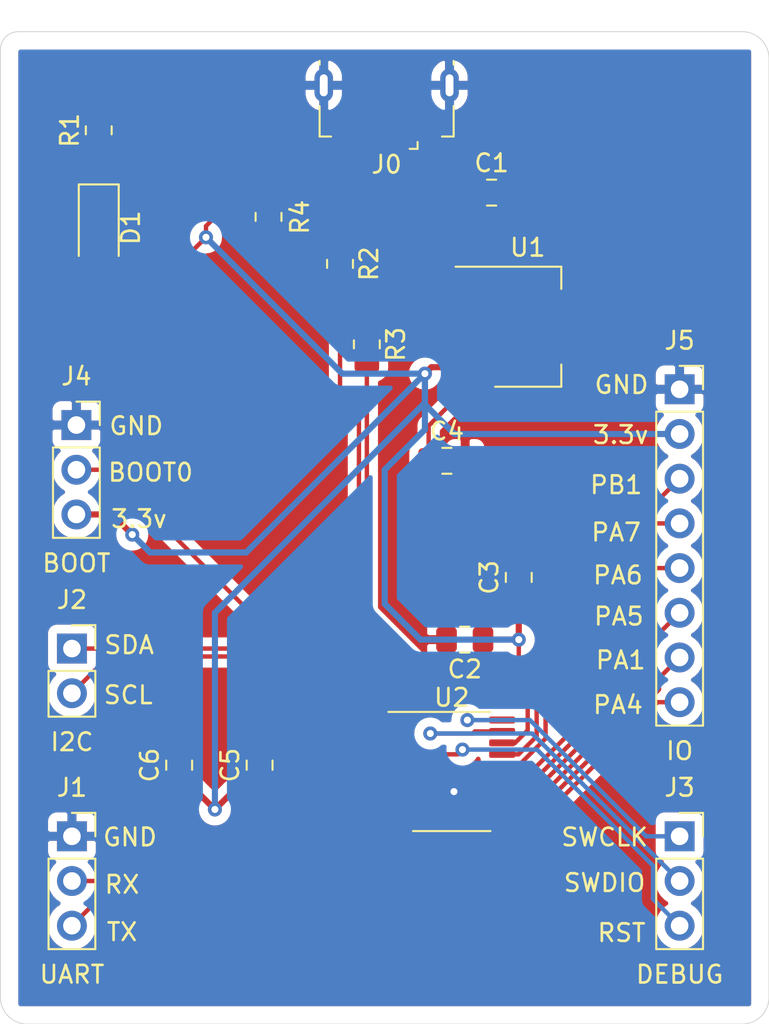
<source format=kicad_pcb>
(kicad_pcb (version 20171130) (host pcbnew "(5.1.10)-1")

  (general
    (thickness 1.6)
    (drawings 27)
    (tracks 168)
    (zones 0)
    (modules 19)
    (nets 24)
  )

  (page A4)
  (layers
    (0 F.Cu signal)
    (31 B.Cu signal)
    (32 B.Adhes user)
    (33 F.Adhes user)
    (34 B.Paste user)
    (35 F.Paste user)
    (36 B.SilkS user)
    (37 F.SilkS user)
    (38 B.Mask user)
    (39 F.Mask user)
    (40 Dwgs.User user)
    (41 Cmts.User user)
    (42 Eco1.User user)
    (43 Eco2.User user)
    (44 Edge.Cuts user)
    (45 Margin user)
    (46 B.CrtYd user)
    (47 F.CrtYd user)
    (48 B.Fab user)
    (49 F.Fab user)
  )

  (setup
    (last_trace_width 0.25)
    (trace_clearance 0.2)
    (zone_clearance 0.508)
    (zone_45_only no)
    (trace_min 0.2)
    (via_size 0.8)
    (via_drill 0.4)
    (via_min_size 0.4)
    (via_min_drill 0.3)
    (uvia_size 0.3)
    (uvia_drill 0.1)
    (uvias_allowed no)
    (uvia_min_size 0.2)
    (uvia_min_drill 0.1)
    (edge_width 0.05)
    (segment_width 0.2)
    (pcb_text_width 0.3)
    (pcb_text_size 1.5 1.5)
    (mod_edge_width 0.12)
    (mod_text_size 1 1)
    (mod_text_width 0.15)
    (pad_size 1.524 1.524)
    (pad_drill 0.762)
    (pad_to_mask_clearance 0)
    (aux_axis_origin 0 0)
    (visible_elements 7FFFFFFF)
    (pcbplotparams
      (layerselection 0x010fc_ffffffff)
      (usegerberextensions true)
      (usegerberattributes false)
      (usegerberadvancedattributes false)
      (creategerberjobfile false)
      (excludeedgelayer true)
      (linewidth 0.100000)
      (plotframeref false)
      (viasonmask false)
      (mode 1)
      (useauxorigin false)
      (hpglpennumber 1)
      (hpglpenspeed 20)
      (hpglpendiameter 15.000000)
      (psnegative false)
      (psa4output false)
      (plotreference true)
      (plotvalue false)
      (plotinvisibletext false)
      (padsonsilk false)
      (subtractmaskfromsilk true)
      (outputformat 1)
      (mirror false)
      (drillshape 0)
      (scaleselection 1)
      (outputdirectory "Gerber/"))
  )

  (net 0 "")
  (net 1 GND)
  (net 2 5v)
  (net 3 3.3v)
  (net 4 "Net-(D1-Pad1)")
  (net 5 "Net-(J0-Pad2)")
  (net 6 "Net-(J0-Pad3)")
  (net 7 UART_TX)
  (net 8 UART_RX)
  (net 9 I2C_SCL)
  (net 10 I2C_SDA)
  (net 11 RST)
  (net 12 SWCLK)
  (net 13 SWDIO)
  (net 14 BOOT0)
  (net 15 IO1)
  (net 16 IO2)
  (net 17 IO3)
  (net 18 IO4)
  (net 19 IO5)
  (net 20 IO6)
  (net 21 USB_DP)
  (net 22 USB_DM)
  (net 23 "Net-(U2-Pad6)")

  (net_class Default "This is the default net class."
    (clearance 0.2)
    (trace_width 0.25)
    (via_dia 0.8)
    (via_drill 0.4)
    (uvia_dia 0.3)
    (uvia_drill 0.1)
    (add_net 3.3v)
    (add_net 5v)
    (add_net BOOT0)
    (add_net GND)
    (add_net I2C_SCL)
    (add_net I2C_SDA)
    (add_net IO1)
    (add_net IO2)
    (add_net IO3)
    (add_net IO4)
    (add_net IO5)
    (add_net IO6)
    (add_net "Net-(D1-Pad1)")
    (add_net "Net-(J0-Pad2)")
    (add_net "Net-(J0-Pad3)")
    (add_net "Net-(U2-Pad6)")
    (add_net RST)
    (add_net SWCLK)
    (add_net SWDIO)
    (add_net UART_RX)
    (add_net UART_TX)
    (add_net USB_DM)
    (add_net USB_DP)
  )

  (module Connector_USB:USB_Micro-B_GCT_USB3076-30-A (layer F.Cu) (tedit 5A170D03) (tstamp 609D8B2F)
    (at 90.025 40.316 180)
    (descr "GCT Micro USB https://gct.co/files/drawings/usb3076.pdf")
    (tags "Micro-USB SMD Typ-B GCT")
    (path /609DC744)
    (attr smd)
    (fp_text reference J0 (at 0 -3.3) (layer F.SilkS)
      (effects (font (size 1 1) (thickness 0.15)))
    )
    (fp_text value USB_B_Micro (at 0 5.2) (layer F.Fab)
      (effects (font (size 1 1) (thickness 0.15)))
    )
    (fp_line (start -1.1 -2.16) (end -1.1 -1.95) (layer F.Fab) (width 0.1))
    (fp_line (start -1.5 -2.16) (end -1.5 -1.95) (layer F.Fab) (width 0.1))
    (fp_line (start -1.5 -2.16) (end -1.1 -2.16) (layer F.Fab) (width 0.1))
    (fp_line (start -1.1 -1.95) (end -1.3 -1.75) (layer F.Fab) (width 0.1))
    (fp_line (start -1.3 -1.75) (end -1.5 -1.95) (layer F.Fab) (width 0.1))
    (fp_line (start -1.76 -2.41) (end -1.76 -2.02) (layer F.SilkS) (width 0.12))
    (fp_line (start -1.76 -2.41) (end -1.31 -2.41) (layer F.SilkS) (width 0.12))
    (fp_line (start 3.81 -1.71) (end 3.16 -1.71) (layer F.SilkS) (width 0.12))
    (fp_line (start 3.81 0.02) (end 3.81 -1.71) (layer F.SilkS) (width 0.12))
    (fp_line (start -3.81 2.59) (end -3.81 2.38) (layer F.SilkS) (width 0.12))
    (fp_line (start -3.7 3.95) (end -3.7 -1.6) (layer F.Fab) (width 0.1))
    (fp_line (start -3.7 -1.6) (end 3.7 -1.6) (layer F.Fab) (width 0.1))
    (fp_line (start -3.7 3.95) (end 3.7 3.95) (layer F.Fab) (width 0.1))
    (fp_line (start -3 2.65) (end 3 2.65) (layer F.Fab) (width 0.1))
    (fp_line (start 3.7 3.95) (end 3.7 -1.6) (layer F.Fab) (width 0.1))
    (fp_line (start 3.81 2.59) (end 3.81 2.38) (layer F.SilkS) (width 0.12))
    (fp_line (start -3.81 0.02) (end -3.81 -1.71) (layer F.SilkS) (width 0.12))
    (fp_line (start -3.81 -1.71) (end -3.15 -1.71) (layer F.SilkS) (width 0.12))
    (fp_line (start -4.6 4.45) (end -4.6 -2.65) (layer F.CrtYd) (width 0.05))
    (fp_line (start -4.6 -2.65) (end 4.6 -2.65) (layer F.CrtYd) (width 0.05))
    (fp_line (start 4.6 -2.65) (end 4.6 4.45) (layer F.CrtYd) (width 0.05))
    (fp_line (start -4.6 4.45) (end 4.6 4.45) (layer F.CrtYd) (width 0.05))
    (fp_text user "PCB Edge" (at 0 2.65) (layer Dwgs.User)
      (effects (font (size 0.5 0.5) (thickness 0.08)))
    )
    (fp_text user %R (at 0 0.85) (layer F.Fab)
      (effects (font (size 1 1) (thickness 0.15)))
    )
    (pad 6 smd rect (at 1.125 1.2 180) (size 1.75 1.9) (layers F.Cu F.Paste F.Mask)
      (net 1 GND))
    (pad 2 smd rect (at -0.65 -1.45 180) (size 0.4 1.4) (layers F.Cu F.Paste F.Mask)
      (net 5 "Net-(J0-Pad2)"))
    (pad 1 smd rect (at -1.3 -1.45 180) (size 0.4 1.4) (layers F.Cu F.Paste F.Mask)
      (net 2 5v))
    (pad 5 smd rect (at 1.3 -1.45 180) (size 0.4 1.4) (layers F.Cu F.Paste F.Mask)
      (net 1 GND))
    (pad 4 smd rect (at 0.65 -1.45 180) (size 0.4 1.4) (layers F.Cu F.Paste F.Mask)
      (net 1 GND))
    (pad 3 smd rect (at 0 -1.45 180) (size 0.4 1.4) (layers F.Cu F.Paste F.Mask)
      (net 6 "Net-(J0-Pad3)"))
    (pad 6 smd rect (at -1.125 1.2 180) (size 1.75 1.9) (layers F.Cu F.Paste F.Mask)
      (net 1 GND))
    (pad 6 thru_hole oval (at -3.575 1.2) (size 1.05 1.9) (drill oval 0.45 1.25) (layers *.Cu *.Mask)
      (net 1 GND))
    (pad 6 thru_hole oval (at 3.575 1.2 180) (size 1.05 1.9) (drill oval 0.45 1.25) (layers *.Cu *.Mask)
      (net 1 GND))
    (pad 6 smd rect (at 2.32 -1.03 180) (size 1.15 1.45) (layers F.Cu F.Paste F.Mask)
      (net 1 GND))
    (pad 6 smd rect (at -2.32 -1.03 180) (size 1.15 1.45) (layers F.Cu F.Paste F.Mask)
      (net 1 GND))
    (model ${KISYS3DMOD}/Connector_USB.3dshapes/USB_Micro-B_GCT_USB3076-30-A.wrl
      (at (xyz 0 0 0))
      (scale (xyz 1 1 1))
      (rotate (xyz 0 0 0))
    )
  )

  (module Resistor_SMD:R_0805_2012Metric_Pad1.20x1.40mm_HandSolder (layer F.Cu) (tedit 5F68FEEE) (tstamp 609D8BD9)
    (at 88.9 53.832 270)
    (descr "Resistor SMD 0805 (2012 Metric), square (rectangular) end terminal, IPC_7351 nominal with elongated pad for handsoldering. (Body size source: IPC-SM-782 page 72, https://www.pcb-3d.com/wordpress/wp-content/uploads/ipc-sm-782a_amendment_1_and_2.pdf), generated with kicad-footprint-generator")
    (tags "resistor handsolder")
    (path /609DF651)
    (attr smd)
    (fp_text reference R3 (at 0 -1.65 270) (layer F.SilkS)
      (effects (font (size 1 1) (thickness 0.15)))
    )
    (fp_text value 22R (at 0 1.65 90) (layer F.Fab)
      (effects (font (size 1 1) (thickness 0.15)))
    )
    (fp_line (start 1.85 0.95) (end -1.85 0.95) (layer F.CrtYd) (width 0.05))
    (fp_line (start 1.85 -0.95) (end 1.85 0.95) (layer F.CrtYd) (width 0.05))
    (fp_line (start -1.85 -0.95) (end 1.85 -0.95) (layer F.CrtYd) (width 0.05))
    (fp_line (start -1.85 0.95) (end -1.85 -0.95) (layer F.CrtYd) (width 0.05))
    (fp_line (start -0.227064 0.735) (end 0.227064 0.735) (layer F.SilkS) (width 0.12))
    (fp_line (start -0.227064 -0.735) (end 0.227064 -0.735) (layer F.SilkS) (width 0.12))
    (fp_line (start 1 0.625) (end -1 0.625) (layer F.Fab) (width 0.1))
    (fp_line (start 1 -0.625) (end 1 0.625) (layer F.Fab) (width 0.1))
    (fp_line (start -1 -0.625) (end 1 -0.625) (layer F.Fab) (width 0.1))
    (fp_line (start -1 0.625) (end -1 -0.625) (layer F.Fab) (width 0.1))
    (fp_text user %R (at 0 0 180) (layer F.Fab)
      (effects (font (size 0.5 0.5) (thickness 0.08)))
    )
    (pad 1 smd roundrect (at -1 0 270) (size 1.2 1.4) (layers F.Cu F.Paste F.Mask) (roundrect_rratio 0.2083325)
      (net 5 "Net-(J0-Pad2)"))
    (pad 2 smd roundrect (at 1 0 270) (size 1.2 1.4) (layers F.Cu F.Paste F.Mask) (roundrect_rratio 0.2083325)
      (net 22 USB_DM))
    (model ${KISYS3DMOD}/Resistor_SMD.3dshapes/R_0805_2012Metric.wrl
      (at (xyz 0 0 0))
      (scale (xyz 1 1 1))
      (rotate (xyz 0 0 0))
    )
  )

  (module Capacitor_SMD:C_0805_2012Metric_Pad1.18x1.45mm_HandSolder (layer F.Cu) (tedit 5F68FEEF) (tstamp 609D8AA0)
    (at 95.9905 45.212)
    (descr "Capacitor SMD 0805 (2012 Metric), square (rectangular) end terminal, IPC_7351 nominal with elongated pad for handsoldering. (Body size source: IPC-SM-782 page 76, https://www.pcb-3d.com/wordpress/wp-content/uploads/ipc-sm-782a_amendment_1_and_2.pdf, https://docs.google.com/spreadsheets/d/1BsfQQcO9C6DZCsRaXUlFlo91Tg2WpOkGARC1WS5S8t0/edit?usp=sharing), generated with kicad-footprint-generator")
    (tags "capacitor handsolder")
    (path /609D75C5)
    (attr smd)
    (fp_text reference C1 (at 0 -1.68) (layer F.SilkS)
      (effects (font (size 1 1) (thickness 0.15)))
    )
    (fp_text value 22uF (at 0 1.68) (layer F.Fab)
      (effects (font (size 1 1) (thickness 0.15)))
    )
    (fp_line (start -1 0.625) (end -1 -0.625) (layer F.Fab) (width 0.1))
    (fp_line (start -1 -0.625) (end 1 -0.625) (layer F.Fab) (width 0.1))
    (fp_line (start 1 -0.625) (end 1 0.625) (layer F.Fab) (width 0.1))
    (fp_line (start 1 0.625) (end -1 0.625) (layer F.Fab) (width 0.1))
    (fp_line (start -0.261252 -0.735) (end 0.261252 -0.735) (layer F.SilkS) (width 0.12))
    (fp_line (start -0.261252 0.735) (end 0.261252 0.735) (layer F.SilkS) (width 0.12))
    (fp_line (start -1.88 0.98) (end -1.88 -0.98) (layer F.CrtYd) (width 0.05))
    (fp_line (start -1.88 -0.98) (end 1.88 -0.98) (layer F.CrtYd) (width 0.05))
    (fp_line (start 1.88 -0.98) (end 1.88 0.98) (layer F.CrtYd) (width 0.05))
    (fp_line (start 1.88 0.98) (end -1.88 0.98) (layer F.CrtYd) (width 0.05))
    (fp_text user %R (at 0 0) (layer F.Fab)
      (effects (font (size 0.5 0.5) (thickness 0.08)))
    )
    (pad 2 smd roundrect (at 1.0375 0) (size 1.175 1.45) (layers F.Cu F.Paste F.Mask) (roundrect_rratio 0.2127659574468085)
      (net 1 GND))
    (pad 1 smd roundrect (at -1.0375 0) (size 1.175 1.45) (layers F.Cu F.Paste F.Mask) (roundrect_rratio 0.2127659574468085)
      (net 2 5v))
    (model ${KISYS3DMOD}/Capacitor_SMD.3dshapes/C_0805_2012Metric.wrl
      (at (xyz 0 0 0))
      (scale (xyz 1 1 1))
      (rotate (xyz 0 0 0))
    )
  )

  (module Capacitor_SMD:C_0805_2012Metric_Pad1.18x1.45mm_HandSolder (layer F.Cu) (tedit 5F68FEEF) (tstamp 609D8AB1)
    (at 94.4665 70.612 180)
    (descr "Capacitor SMD 0805 (2012 Metric), square (rectangular) end terminal, IPC_7351 nominal with elongated pad for handsoldering. (Body size source: IPC-SM-782 page 76, https://www.pcb-3d.com/wordpress/wp-content/uploads/ipc-sm-782a_amendment_1_and_2.pdf, https://docs.google.com/spreadsheets/d/1BsfQQcO9C6DZCsRaXUlFlo91Tg2WpOkGARC1WS5S8t0/edit?usp=sharing), generated with kicad-footprint-generator")
    (tags "capacitor handsolder")
    (path /609D7E25)
    (attr smd)
    (fp_text reference C2 (at 0 -1.68) (layer F.SilkS)
      (effects (font (size 1 1) (thickness 0.15)))
    )
    (fp_text value 4.7uF (at 0 1.68) (layer F.Fab)
      (effects (font (size 1 1) (thickness 0.15)))
    )
    (fp_line (start 1.88 0.98) (end -1.88 0.98) (layer F.CrtYd) (width 0.05))
    (fp_line (start 1.88 -0.98) (end 1.88 0.98) (layer F.CrtYd) (width 0.05))
    (fp_line (start -1.88 -0.98) (end 1.88 -0.98) (layer F.CrtYd) (width 0.05))
    (fp_line (start -1.88 0.98) (end -1.88 -0.98) (layer F.CrtYd) (width 0.05))
    (fp_line (start -0.261252 0.735) (end 0.261252 0.735) (layer F.SilkS) (width 0.12))
    (fp_line (start -0.261252 -0.735) (end 0.261252 -0.735) (layer F.SilkS) (width 0.12))
    (fp_line (start 1 0.625) (end -1 0.625) (layer F.Fab) (width 0.1))
    (fp_line (start 1 -0.625) (end 1 0.625) (layer F.Fab) (width 0.1))
    (fp_line (start -1 -0.625) (end 1 -0.625) (layer F.Fab) (width 0.1))
    (fp_line (start -1 0.625) (end -1 -0.625) (layer F.Fab) (width 0.1))
    (fp_text user %R (at 0 0) (layer F.Fab)
      (effects (font (size 0.5 0.5) (thickness 0.08)))
    )
    (pad 1 smd roundrect (at -1.0375 0 180) (size 1.175 1.45) (layers F.Cu F.Paste F.Mask) (roundrect_rratio 0.2127659574468085)
      (net 3 3.3v))
    (pad 2 smd roundrect (at 1.0375 0 180) (size 1.175 1.45) (layers F.Cu F.Paste F.Mask) (roundrect_rratio 0.2127659574468085)
      (net 1 GND))
    (model ${KISYS3DMOD}/Capacitor_SMD.3dshapes/C_0805_2012Metric.wrl
      (at (xyz 0 0 0))
      (scale (xyz 1 1 1))
      (rotate (xyz 0 0 0))
    )
  )

  (module Capacitor_SMD:C_0805_2012Metric_Pad1.18x1.45mm_HandSolder (layer F.Cu) (tedit 5F68FEEF) (tstamp 609D8AC2)
    (at 97.536 67.0775 90)
    (descr "Capacitor SMD 0805 (2012 Metric), square (rectangular) end terminal, IPC_7351 nominal with elongated pad for handsoldering. (Body size source: IPC-SM-782 page 76, https://www.pcb-3d.com/wordpress/wp-content/uploads/ipc-sm-782a_amendment_1_and_2.pdf, https://docs.google.com/spreadsheets/d/1BsfQQcO9C6DZCsRaXUlFlo91Tg2WpOkGARC1WS5S8t0/edit?usp=sharing), generated with kicad-footprint-generator")
    (tags "capacitor handsolder")
    (path /609E53BA)
    (attr smd)
    (fp_text reference C3 (at 0 -1.68 90) (layer F.SilkS)
      (effects (font (size 1 1) (thickness 0.15)))
    )
    (fp_text value 100nF (at 0 1.68 90) (layer F.Fab)
      (effects (font (size 1 1) (thickness 0.15)))
    )
    (fp_line (start -1 0.625) (end -1 -0.625) (layer F.Fab) (width 0.1))
    (fp_line (start -1 -0.625) (end 1 -0.625) (layer F.Fab) (width 0.1))
    (fp_line (start 1 -0.625) (end 1 0.625) (layer F.Fab) (width 0.1))
    (fp_line (start 1 0.625) (end -1 0.625) (layer F.Fab) (width 0.1))
    (fp_line (start -0.261252 -0.735) (end 0.261252 -0.735) (layer F.SilkS) (width 0.12))
    (fp_line (start -0.261252 0.735) (end 0.261252 0.735) (layer F.SilkS) (width 0.12))
    (fp_line (start -1.88 0.98) (end -1.88 -0.98) (layer F.CrtYd) (width 0.05))
    (fp_line (start -1.88 -0.98) (end 1.88 -0.98) (layer F.CrtYd) (width 0.05))
    (fp_line (start 1.88 -0.98) (end 1.88 0.98) (layer F.CrtYd) (width 0.05))
    (fp_line (start 1.88 0.98) (end -1.88 0.98) (layer F.CrtYd) (width 0.05))
    (fp_text user %R (at 0 0 90) (layer F.Fab)
      (effects (font (size 0.5 0.5) (thickness 0.08)))
    )
    (pad 2 smd roundrect (at 1.0375 0 90) (size 1.175 1.45) (layers F.Cu F.Paste F.Mask) (roundrect_rratio 0.2127659574468085)
      (net 1 GND))
    (pad 1 smd roundrect (at -1.0375 0 90) (size 1.175 1.45) (layers F.Cu F.Paste F.Mask) (roundrect_rratio 0.2127659574468085)
      (net 3 3.3v))
    (model ${KISYS3DMOD}/Capacitor_SMD.3dshapes/C_0805_2012Metric.wrl
      (at (xyz 0 0 0))
      (scale (xyz 1 1 1))
      (rotate (xyz 0 0 0))
    )
  )

  (module Capacitor_SMD:C_0805_2012Metric_Pad1.18x1.45mm_HandSolder (layer F.Cu) (tedit 5F68FEEF) (tstamp 609D8AD3)
    (at 93.4505 60.452)
    (descr "Capacitor SMD 0805 (2012 Metric), square (rectangular) end terminal, IPC_7351 nominal with elongated pad for handsoldering. (Body size source: IPC-SM-782 page 76, https://www.pcb-3d.com/wordpress/wp-content/uploads/ipc-sm-782a_amendment_1_and_2.pdf, https://docs.google.com/spreadsheets/d/1BsfQQcO9C6DZCsRaXUlFlo91Tg2WpOkGARC1WS5S8t0/edit?usp=sharing), generated with kicad-footprint-generator")
    (tags "capacitor handsolder")
    (path /609E61E4)
    (attr smd)
    (fp_text reference C4 (at 0 -1.68) (layer F.SilkS)
      (effects (font (size 1 1) (thickness 0.15)))
    )
    (fp_text value 4.7uF (at 0 1.68) (layer F.Fab)
      (effects (font (size 1 1) (thickness 0.15)))
    )
    (fp_line (start 1.88 0.98) (end -1.88 0.98) (layer F.CrtYd) (width 0.05))
    (fp_line (start 1.88 -0.98) (end 1.88 0.98) (layer F.CrtYd) (width 0.05))
    (fp_line (start -1.88 -0.98) (end 1.88 -0.98) (layer F.CrtYd) (width 0.05))
    (fp_line (start -1.88 0.98) (end -1.88 -0.98) (layer F.CrtYd) (width 0.05))
    (fp_line (start -0.261252 0.735) (end 0.261252 0.735) (layer F.SilkS) (width 0.12))
    (fp_line (start -0.261252 -0.735) (end 0.261252 -0.735) (layer F.SilkS) (width 0.12))
    (fp_line (start 1 0.625) (end -1 0.625) (layer F.Fab) (width 0.1))
    (fp_line (start 1 -0.625) (end 1 0.625) (layer F.Fab) (width 0.1))
    (fp_line (start -1 -0.625) (end 1 -0.625) (layer F.Fab) (width 0.1))
    (fp_line (start -1 0.625) (end -1 -0.625) (layer F.Fab) (width 0.1))
    (fp_text user %R (at 0 0) (layer F.Fab)
      (effects (font (size 0.5 0.5) (thickness 0.08)))
    )
    (pad 1 smd roundrect (at -1.0375 0) (size 1.175 1.45) (layers F.Cu F.Paste F.Mask) (roundrect_rratio 0.2127659574468085)
      (net 3 3.3v))
    (pad 2 smd roundrect (at 1.0375 0) (size 1.175 1.45) (layers F.Cu F.Paste F.Mask) (roundrect_rratio 0.2127659574468085)
      (net 1 GND))
    (model ${KISYS3DMOD}/Capacitor_SMD.3dshapes/C_0805_2012Metric.wrl
      (at (xyz 0 0 0))
      (scale (xyz 1 1 1))
      (rotate (xyz 0 0 0))
    )
  )

  (module Capacitor_SMD:C_0805_2012Metric_Pad1.18x1.45mm_HandSolder (layer F.Cu) (tedit 5F68FEEF) (tstamp 609D8AE4)
    (at 82.804 77.7455 90)
    (descr "Capacitor SMD 0805 (2012 Metric), square (rectangular) end terminal, IPC_7351 nominal with elongated pad for handsoldering. (Body size source: IPC-SM-782 page 76, https://www.pcb-3d.com/wordpress/wp-content/uploads/ipc-sm-782a_amendment_1_and_2.pdf, https://docs.google.com/spreadsheets/d/1BsfQQcO9C6DZCsRaXUlFlo91Tg2WpOkGARC1WS5S8t0/edit?usp=sharing), generated with kicad-footprint-generator")
    (tags "capacitor handsolder")
    (path /609E6606)
    (attr smd)
    (fp_text reference C5 (at 0 -1.68 90) (layer F.SilkS)
      (effects (font (size 1 1) (thickness 0.15)))
    )
    (fp_text value 100nF (at 0 1.68 90) (layer F.Fab)
      (effects (font (size 1 1) (thickness 0.15)))
    )
    (fp_line (start -1 0.625) (end -1 -0.625) (layer F.Fab) (width 0.1))
    (fp_line (start -1 -0.625) (end 1 -0.625) (layer F.Fab) (width 0.1))
    (fp_line (start 1 -0.625) (end 1 0.625) (layer F.Fab) (width 0.1))
    (fp_line (start 1 0.625) (end -1 0.625) (layer F.Fab) (width 0.1))
    (fp_line (start -0.261252 -0.735) (end 0.261252 -0.735) (layer F.SilkS) (width 0.12))
    (fp_line (start -0.261252 0.735) (end 0.261252 0.735) (layer F.SilkS) (width 0.12))
    (fp_line (start -1.88 0.98) (end -1.88 -0.98) (layer F.CrtYd) (width 0.05))
    (fp_line (start -1.88 -0.98) (end 1.88 -0.98) (layer F.CrtYd) (width 0.05))
    (fp_line (start 1.88 -0.98) (end 1.88 0.98) (layer F.CrtYd) (width 0.05))
    (fp_line (start 1.88 0.98) (end -1.88 0.98) (layer F.CrtYd) (width 0.05))
    (fp_text user %R (at 0 0 90) (layer F.Fab)
      (effects (font (size 0.5 0.5) (thickness 0.08)))
    )
    (pad 2 smd roundrect (at 1.0375 0 90) (size 1.175 1.45) (layers F.Cu F.Paste F.Mask) (roundrect_rratio 0.2127659574468085)
      (net 1 GND))
    (pad 1 smd roundrect (at -1.0375 0 90) (size 1.175 1.45) (layers F.Cu F.Paste F.Mask) (roundrect_rratio 0.2127659574468085)
      (net 3 3.3v))
    (model ${KISYS3DMOD}/Capacitor_SMD.3dshapes/C_0805_2012Metric.wrl
      (at (xyz 0 0 0))
      (scale (xyz 1 1 1))
      (rotate (xyz 0 0 0))
    )
  )

  (module Capacitor_SMD:C_0805_2012Metric_Pad1.18x1.45mm_HandSolder (layer F.Cu) (tedit 5F68FEEF) (tstamp 609D8AF5)
    (at 78.232 77.7455 90)
    (descr "Capacitor SMD 0805 (2012 Metric), square (rectangular) end terminal, IPC_7351 nominal with elongated pad for handsoldering. (Body size source: IPC-SM-782 page 76, https://www.pcb-3d.com/wordpress/wp-content/uploads/ipc-sm-782a_amendment_1_and_2.pdf, https://docs.google.com/spreadsheets/d/1BsfQQcO9C6DZCsRaXUlFlo91Tg2WpOkGARC1WS5S8t0/edit?usp=sharing), generated with kicad-footprint-generator")
    (tags "capacitor handsolder")
    (path /609E709B)
    (attr smd)
    (fp_text reference C6 (at 0 -1.68 90) (layer F.SilkS)
      (effects (font (size 1 1) (thickness 0.15)))
    )
    (fp_text value 4.7uF (at 0 1.68 90) (layer F.Fab)
      (effects (font (size 1 1) (thickness 0.15)))
    )
    (fp_line (start 1.88 0.98) (end -1.88 0.98) (layer F.CrtYd) (width 0.05))
    (fp_line (start 1.88 -0.98) (end 1.88 0.98) (layer F.CrtYd) (width 0.05))
    (fp_line (start -1.88 -0.98) (end 1.88 -0.98) (layer F.CrtYd) (width 0.05))
    (fp_line (start -1.88 0.98) (end -1.88 -0.98) (layer F.CrtYd) (width 0.05))
    (fp_line (start -0.261252 0.735) (end 0.261252 0.735) (layer F.SilkS) (width 0.12))
    (fp_line (start -0.261252 -0.735) (end 0.261252 -0.735) (layer F.SilkS) (width 0.12))
    (fp_line (start 1 0.625) (end -1 0.625) (layer F.Fab) (width 0.1))
    (fp_line (start 1 -0.625) (end 1 0.625) (layer F.Fab) (width 0.1))
    (fp_line (start -1 -0.625) (end 1 -0.625) (layer F.Fab) (width 0.1))
    (fp_line (start -1 0.625) (end -1 -0.625) (layer F.Fab) (width 0.1))
    (fp_text user %R (at 0 0 90) (layer F.Fab)
      (effects (font (size 0.5 0.5) (thickness 0.08)))
    )
    (pad 1 smd roundrect (at -1.0375 0 90) (size 1.175 1.45) (layers F.Cu F.Paste F.Mask) (roundrect_rratio 0.2127659574468085)
      (net 3 3.3v))
    (pad 2 smd roundrect (at 1.0375 0 90) (size 1.175 1.45) (layers F.Cu F.Paste F.Mask) (roundrect_rratio 0.2127659574468085)
      (net 1 GND))
    (model ${KISYS3DMOD}/Capacitor_SMD.3dshapes/C_0805_2012Metric.wrl
      (at (xyz 0 0 0))
      (scale (xyz 1 1 1))
      (rotate (xyz 0 0 0))
    )
  )

  (module LED_SMD:LED_1206_3216Metric_Pad1.42x1.75mm_HandSolder (layer F.Cu) (tedit 5F68FEF1) (tstamp 609D8B08)
    (at 73.66 47.2075 270)
    (descr "LED SMD 1206 (3216 Metric), square (rectangular) end terminal, IPC_7351 nominal, (Body size source: http://www.tortai-tech.com/upload/download/2011102023233369053.pdf), generated with kicad-footprint-generator")
    (tags "LED handsolder")
    (path /609DA0BB)
    (attr smd)
    (fp_text reference D1 (at 0 -1.82 90) (layer F.SilkS)
      (effects (font (size 1 1) (thickness 0.15)))
    )
    (fp_text value LED_Small (at 0 1.82 90) (layer F.Fab)
      (effects (font (size 1 1) (thickness 0.15)))
    )
    (fp_line (start 2.45 1.12) (end -2.45 1.12) (layer F.CrtYd) (width 0.05))
    (fp_line (start 2.45 -1.12) (end 2.45 1.12) (layer F.CrtYd) (width 0.05))
    (fp_line (start -2.45 -1.12) (end 2.45 -1.12) (layer F.CrtYd) (width 0.05))
    (fp_line (start -2.45 1.12) (end -2.45 -1.12) (layer F.CrtYd) (width 0.05))
    (fp_line (start -2.46 1.135) (end 1.6 1.135) (layer F.SilkS) (width 0.12))
    (fp_line (start -2.46 -1.135) (end -2.46 1.135) (layer F.SilkS) (width 0.12))
    (fp_line (start 1.6 -1.135) (end -2.46 -1.135) (layer F.SilkS) (width 0.12))
    (fp_line (start 1.6 0.8) (end 1.6 -0.8) (layer F.Fab) (width 0.1))
    (fp_line (start -1.6 0.8) (end 1.6 0.8) (layer F.Fab) (width 0.1))
    (fp_line (start -1.6 -0.4) (end -1.6 0.8) (layer F.Fab) (width 0.1))
    (fp_line (start -1.2 -0.8) (end -1.6 -0.4) (layer F.Fab) (width 0.1))
    (fp_line (start 1.6 -0.8) (end -1.2 -0.8) (layer F.Fab) (width 0.1))
    (fp_text user %R (at 0 0 90) (layer F.Fab)
      (effects (font (size 0.8 0.8) (thickness 0.12)))
    )
    (pad 1 smd roundrect (at -1.4875 0 270) (size 1.425 1.75) (layers F.Cu F.Paste F.Mask) (roundrect_rratio 0.1754385964912281)
      (net 4 "Net-(D1-Pad1)"))
    (pad 2 smd roundrect (at 1.4875 0 270) (size 1.425 1.75) (layers F.Cu F.Paste F.Mask) (roundrect_rratio 0.1754385964912281)
      (net 3 3.3v))
    (model ${KISYS3DMOD}/LED_SMD.3dshapes/LED_1206_3216Metric.wrl
      (at (xyz 0 0 0))
      (scale (xyz 1 1 1))
      (rotate (xyz 0 0 0))
    )
  )

  (module Connector_PinSocket_2.54mm:PinSocket_1x03_P2.54mm_Vertical (layer F.Cu) (tedit 5A19A429) (tstamp 609D8B46)
    (at 72.136 81.788)
    (descr "Through hole straight socket strip, 1x03, 2.54mm pitch, single row (from Kicad 4.0.7), script generated")
    (tags "Through hole socket strip THT 1x03 2.54mm single row")
    (path /609FF58C)
    (fp_text reference J1 (at 0 -2.77) (layer F.SilkS)
      (effects (font (size 1 1) (thickness 0.15)))
    )
    (fp_text value UART (at 0 7.85) (layer F.SilkS)
      (effects (font (size 1 1) (thickness 0.15)))
    )
    (fp_line (start -1.8 6.85) (end -1.8 -1.8) (layer F.CrtYd) (width 0.05))
    (fp_line (start 1.75 6.85) (end -1.8 6.85) (layer F.CrtYd) (width 0.05))
    (fp_line (start 1.75 -1.8) (end 1.75 6.85) (layer F.CrtYd) (width 0.05))
    (fp_line (start -1.8 -1.8) (end 1.75 -1.8) (layer F.CrtYd) (width 0.05))
    (fp_line (start 0 -1.33) (end 1.33 -1.33) (layer F.SilkS) (width 0.12))
    (fp_line (start 1.33 -1.33) (end 1.33 0) (layer F.SilkS) (width 0.12))
    (fp_line (start 1.33 1.27) (end 1.33 6.41) (layer F.SilkS) (width 0.12))
    (fp_line (start -1.33 6.41) (end 1.33 6.41) (layer F.SilkS) (width 0.12))
    (fp_line (start -1.33 1.27) (end -1.33 6.41) (layer F.SilkS) (width 0.12))
    (fp_line (start -1.33 1.27) (end 1.33 1.27) (layer F.SilkS) (width 0.12))
    (fp_line (start -1.27 6.35) (end -1.27 -1.27) (layer F.Fab) (width 0.1))
    (fp_line (start 1.27 6.35) (end -1.27 6.35) (layer F.Fab) (width 0.1))
    (fp_line (start 1.27 -0.635) (end 1.27 6.35) (layer F.Fab) (width 0.1))
    (fp_line (start 0.635 -1.27) (end 1.27 -0.635) (layer F.Fab) (width 0.1))
    (fp_line (start -1.27 -1.27) (end 0.635 -1.27) (layer F.Fab) (width 0.1))
    (fp_text user %R (at 0 2.54 90) (layer F.Fab)
      (effects (font (size 1 1) (thickness 0.15)))
    )
    (pad 1 thru_hole rect (at 0 0) (size 1.7 1.7) (drill 1) (layers *.Cu *.Mask)
      (net 1 GND))
    (pad 2 thru_hole oval (at 0 2.54) (size 1.7 1.7) (drill 1) (layers *.Cu *.Mask)
      (net 7 UART_TX))
    (pad 3 thru_hole oval (at 0 5.08) (size 1.7 1.7) (drill 1) (layers *.Cu *.Mask)
      (net 8 UART_RX))
    (model ${KISYS3DMOD}/Connector_PinSocket_2.54mm.3dshapes/PinSocket_1x03_P2.54mm_Vertical.wrl
      (at (xyz 0 0 0))
      (scale (xyz 1 1 1))
      (rotate (xyz 0 0 0))
    )
  )

  (module Connector_PinSocket_2.54mm:PinSocket_1x02_P2.54mm_Vertical (layer F.Cu) (tedit 5A19A420) (tstamp 609D8B5C)
    (at 72.136 71.12)
    (descr "Through hole straight socket strip, 1x02, 2.54mm pitch, single row (from Kicad 4.0.7), script generated")
    (tags "Through hole socket strip THT 1x02 2.54mm single row")
    (path /60A00156)
    (fp_text reference J2 (at 0 -2.77) (layer F.SilkS)
      (effects (font (size 1 1) (thickness 0.15)))
    )
    (fp_text value I2C (at 0 5.31) (layer F.SilkS)
      (effects (font (size 1 1) (thickness 0.15)))
    )
    (fp_line (start -1.8 4.3) (end -1.8 -1.8) (layer F.CrtYd) (width 0.05))
    (fp_line (start 1.75 4.3) (end -1.8 4.3) (layer F.CrtYd) (width 0.05))
    (fp_line (start 1.75 -1.8) (end 1.75 4.3) (layer F.CrtYd) (width 0.05))
    (fp_line (start -1.8 -1.8) (end 1.75 -1.8) (layer F.CrtYd) (width 0.05))
    (fp_line (start 0 -1.33) (end 1.33 -1.33) (layer F.SilkS) (width 0.12))
    (fp_line (start 1.33 -1.33) (end 1.33 0) (layer F.SilkS) (width 0.12))
    (fp_line (start 1.33 1.27) (end 1.33 3.87) (layer F.SilkS) (width 0.12))
    (fp_line (start -1.33 3.87) (end 1.33 3.87) (layer F.SilkS) (width 0.12))
    (fp_line (start -1.33 1.27) (end -1.33 3.87) (layer F.SilkS) (width 0.12))
    (fp_line (start -1.33 1.27) (end 1.33 1.27) (layer F.SilkS) (width 0.12))
    (fp_line (start -1.27 3.81) (end -1.27 -1.27) (layer F.Fab) (width 0.1))
    (fp_line (start 1.27 3.81) (end -1.27 3.81) (layer F.Fab) (width 0.1))
    (fp_line (start 1.27 -0.635) (end 1.27 3.81) (layer F.Fab) (width 0.1))
    (fp_line (start 0.635 -1.27) (end 1.27 -0.635) (layer F.Fab) (width 0.1))
    (fp_line (start -1.27 -1.27) (end 0.635 -1.27) (layer F.Fab) (width 0.1))
    (fp_text user %R (at 0 1.27 90) (layer F.Fab)
      (effects (font (size 1 1) (thickness 0.15)))
    )
    (pad 1 thru_hole rect (at 0 0) (size 1.7 1.7) (drill 1) (layers *.Cu *.Mask)
      (net 10 I2C_SDA))
    (pad 2 thru_hole oval (at 0 2.54) (size 1.7 1.7) (drill 1) (layers *.Cu *.Mask)
      (net 9 I2C_SCL))
    (model ${KISYS3DMOD}/Connector_PinSocket_2.54mm.3dshapes/PinSocket_1x02_P2.54mm_Vertical.wrl
      (at (xyz 0 0 0))
      (scale (xyz 1 1 1))
      (rotate (xyz 0 0 0))
    )
  )

  (module Connector_PinSocket_2.54mm:PinSocket_1x03_P2.54mm_Vertical (layer F.Cu) (tedit 5A19A429) (tstamp 609D8B73)
    (at 106.68 81.788)
    (descr "Through hole straight socket strip, 1x03, 2.54mm pitch, single row (from Kicad 4.0.7), script generated")
    (tags "Through hole socket strip THT 1x03 2.54mm single row")
    (path /60A003F5)
    (fp_text reference J3 (at 0 -2.77) (layer F.SilkS)
      (effects (font (size 1 1) (thickness 0.15)))
    )
    (fp_text value DEBUG (at 0 7.85) (layer F.SilkS)
      (effects (font (size 1 1) (thickness 0.15)))
    )
    (fp_line (start -1.27 -1.27) (end 0.635 -1.27) (layer F.Fab) (width 0.1))
    (fp_line (start 0.635 -1.27) (end 1.27 -0.635) (layer F.Fab) (width 0.1))
    (fp_line (start 1.27 -0.635) (end 1.27 6.35) (layer F.Fab) (width 0.1))
    (fp_line (start 1.27 6.35) (end -1.27 6.35) (layer F.Fab) (width 0.1))
    (fp_line (start -1.27 6.35) (end -1.27 -1.27) (layer F.Fab) (width 0.1))
    (fp_line (start -1.33 1.27) (end 1.33 1.27) (layer F.SilkS) (width 0.12))
    (fp_line (start -1.33 1.27) (end -1.33 6.41) (layer F.SilkS) (width 0.12))
    (fp_line (start -1.33 6.41) (end 1.33 6.41) (layer F.SilkS) (width 0.12))
    (fp_line (start 1.33 1.27) (end 1.33 6.41) (layer F.SilkS) (width 0.12))
    (fp_line (start 1.33 -1.33) (end 1.33 0) (layer F.SilkS) (width 0.12))
    (fp_line (start 0 -1.33) (end 1.33 -1.33) (layer F.SilkS) (width 0.12))
    (fp_line (start -1.8 -1.8) (end 1.75 -1.8) (layer F.CrtYd) (width 0.05))
    (fp_line (start 1.75 -1.8) (end 1.75 6.85) (layer F.CrtYd) (width 0.05))
    (fp_line (start 1.75 6.85) (end -1.8 6.85) (layer F.CrtYd) (width 0.05))
    (fp_line (start -1.8 6.85) (end -1.8 -1.8) (layer F.CrtYd) (width 0.05))
    (fp_text user %R (at 0 2.54 90) (layer F.Fab)
      (effects (font (size 1 1) (thickness 0.15)))
    )
    (pad 3 thru_hole oval (at 0 5.08) (size 1.7 1.7) (drill 1) (layers *.Cu *.Mask)
      (net 11 RST))
    (pad 2 thru_hole oval (at 0 2.54) (size 1.7 1.7) (drill 1) (layers *.Cu *.Mask)
      (net 13 SWDIO))
    (pad 1 thru_hole rect (at 0 0) (size 1.7 1.7) (drill 1) (layers *.Cu *.Mask)
      (net 12 SWCLK))
    (model ${KISYS3DMOD}/Connector_PinSocket_2.54mm.3dshapes/PinSocket_1x03_P2.54mm_Vertical.wrl
      (at (xyz 0 0 0))
      (scale (xyz 1 1 1))
      (rotate (xyz 0 0 0))
    )
  )

  (module Connector_PinSocket_2.54mm:PinSocket_1x03_P2.54mm_Vertical (layer F.Cu) (tedit 5A19A429) (tstamp 609D8B8A)
    (at 72.39 58.42)
    (descr "Through hole straight socket strip, 1x03, 2.54mm pitch, single row (from Kicad 4.0.7), script generated")
    (tags "Through hole socket strip THT 1x03 2.54mm single row")
    (path /60A01565)
    (fp_text reference J4 (at 0 -2.77) (layer F.SilkS)
      (effects (font (size 1 1) (thickness 0.15)))
    )
    (fp_text value BOOT (at 0 7.85) (layer F.SilkS)
      (effects (font (size 1 1) (thickness 0.15)))
    )
    (fp_line (start -1.8 6.85) (end -1.8 -1.8) (layer F.CrtYd) (width 0.05))
    (fp_line (start 1.75 6.85) (end -1.8 6.85) (layer F.CrtYd) (width 0.05))
    (fp_line (start 1.75 -1.8) (end 1.75 6.85) (layer F.CrtYd) (width 0.05))
    (fp_line (start -1.8 -1.8) (end 1.75 -1.8) (layer F.CrtYd) (width 0.05))
    (fp_line (start 0 -1.33) (end 1.33 -1.33) (layer F.SilkS) (width 0.12))
    (fp_line (start 1.33 -1.33) (end 1.33 0) (layer F.SilkS) (width 0.12))
    (fp_line (start 1.33 1.27) (end 1.33 6.41) (layer F.SilkS) (width 0.12))
    (fp_line (start -1.33 6.41) (end 1.33 6.41) (layer F.SilkS) (width 0.12))
    (fp_line (start -1.33 1.27) (end -1.33 6.41) (layer F.SilkS) (width 0.12))
    (fp_line (start -1.33 1.27) (end 1.33 1.27) (layer F.SilkS) (width 0.12))
    (fp_line (start -1.27 6.35) (end -1.27 -1.27) (layer F.Fab) (width 0.1))
    (fp_line (start 1.27 6.35) (end -1.27 6.35) (layer F.Fab) (width 0.1))
    (fp_line (start 1.27 -0.635) (end 1.27 6.35) (layer F.Fab) (width 0.1))
    (fp_line (start 0.635 -1.27) (end 1.27 -0.635) (layer F.Fab) (width 0.1))
    (fp_line (start -1.27 -1.27) (end 0.635 -1.27) (layer F.Fab) (width 0.1))
    (fp_text user %R (at 0 2.54 90) (layer F.Fab)
      (effects (font (size 1 1) (thickness 0.15)))
    )
    (pad 1 thru_hole rect (at 0 0) (size 1.7 1.7) (drill 1) (layers *.Cu *.Mask)
      (net 1 GND))
    (pad 2 thru_hole oval (at 0 2.54) (size 1.7 1.7) (drill 1) (layers *.Cu *.Mask)
      (net 14 BOOT0))
    (pad 3 thru_hole oval (at 0 5.08) (size 1.7 1.7) (drill 1) (layers *.Cu *.Mask)
      (net 3 3.3v))
    (model ${KISYS3DMOD}/Connector_PinSocket_2.54mm.3dshapes/PinSocket_1x03_P2.54mm_Vertical.wrl
      (at (xyz 0 0 0))
      (scale (xyz 1 1 1))
      (rotate (xyz 0 0 0))
    )
  )

  (module Connector_PinSocket_2.54mm:PinSocket_1x08_P2.54mm_Vertical (layer F.Cu) (tedit 5A19A420) (tstamp 609D8BA6)
    (at 106.68 56.388)
    (descr "Through hole straight socket strip, 1x08, 2.54mm pitch, single row (from Kicad 4.0.7), script generated")
    (tags "Through hole socket strip THT 1x08 2.54mm single row")
    (path /60A02207)
    (fp_text reference J5 (at 0 -2.77) (layer F.SilkS)
      (effects (font (size 1 1) (thickness 0.15)))
    )
    (fp_text value IO (at 0 20.55) (layer F.SilkS)
      (effects (font (size 1 1) (thickness 0.15)))
    )
    (fp_line (start -1.8 19.55) (end -1.8 -1.8) (layer F.CrtYd) (width 0.05))
    (fp_line (start 1.75 19.55) (end -1.8 19.55) (layer F.CrtYd) (width 0.05))
    (fp_line (start 1.75 -1.8) (end 1.75 19.55) (layer F.CrtYd) (width 0.05))
    (fp_line (start -1.8 -1.8) (end 1.75 -1.8) (layer F.CrtYd) (width 0.05))
    (fp_line (start 0 -1.33) (end 1.33 -1.33) (layer F.SilkS) (width 0.12))
    (fp_line (start 1.33 -1.33) (end 1.33 0) (layer F.SilkS) (width 0.12))
    (fp_line (start 1.33 1.27) (end 1.33 19.11) (layer F.SilkS) (width 0.12))
    (fp_line (start -1.33 19.11) (end 1.33 19.11) (layer F.SilkS) (width 0.12))
    (fp_line (start -1.33 1.27) (end -1.33 19.11) (layer F.SilkS) (width 0.12))
    (fp_line (start -1.33 1.27) (end 1.33 1.27) (layer F.SilkS) (width 0.12))
    (fp_line (start -1.27 19.05) (end -1.27 -1.27) (layer F.Fab) (width 0.1))
    (fp_line (start 1.27 19.05) (end -1.27 19.05) (layer F.Fab) (width 0.1))
    (fp_line (start 1.27 -0.635) (end 1.27 19.05) (layer F.Fab) (width 0.1))
    (fp_line (start 0.635 -1.27) (end 1.27 -0.635) (layer F.Fab) (width 0.1))
    (fp_line (start -1.27 -1.27) (end 0.635 -1.27) (layer F.Fab) (width 0.1))
    (fp_text user %R (at 0 8.89 90) (layer F.Fab)
      (effects (font (size 1 1) (thickness 0.15)))
    )
    (pad 1 thru_hole rect (at 0 0) (size 1.7 1.7) (drill 1) (layers *.Cu *.Mask)
      (net 1 GND))
    (pad 2 thru_hole oval (at 0 2.54) (size 1.7 1.7) (drill 1) (layers *.Cu *.Mask)
      (net 3 3.3v))
    (pad 3 thru_hole oval (at 0 5.08) (size 1.7 1.7) (drill 1) (layers *.Cu *.Mask)
      (net 15 IO1))
    (pad 4 thru_hole oval (at 0 7.62) (size 1.7 1.7) (drill 1) (layers *.Cu *.Mask)
      (net 16 IO2))
    (pad 5 thru_hole oval (at 0 10.16) (size 1.7 1.7) (drill 1) (layers *.Cu *.Mask)
      (net 17 IO3))
    (pad 6 thru_hole oval (at 0 12.7) (size 1.7 1.7) (drill 1) (layers *.Cu *.Mask)
      (net 18 IO4))
    (pad 7 thru_hole oval (at 0 15.24) (size 1.7 1.7) (drill 1) (layers *.Cu *.Mask)
      (net 19 IO5))
    (pad 8 thru_hole oval (at 0 17.78) (size 1.7 1.7) (drill 1) (layers *.Cu *.Mask)
      (net 20 IO6))
    (model ${KISYS3DMOD}/Connector_PinSocket_2.54mm.3dshapes/PinSocket_1x08_P2.54mm_Vertical.wrl
      (at (xyz 0 0 0))
      (scale (xyz 1 1 1))
      (rotate (xyz 0 0 0))
    )
  )

  (module Resistor_SMD:R_0805_2012Metric_Pad1.20x1.40mm_HandSolder (layer F.Cu) (tedit 5F68FEEE) (tstamp 609D8BB7)
    (at 73.66 41.672 90)
    (descr "Resistor SMD 0805 (2012 Metric), square (rectangular) end terminal, IPC_7351 nominal with elongated pad for handsoldering. (Body size source: IPC-SM-782 page 72, https://www.pcb-3d.com/wordpress/wp-content/uploads/ipc-sm-782a_amendment_1_and_2.pdf), generated with kicad-footprint-generator")
    (tags "resistor handsolder")
    (path /609DB9B2)
    (attr smd)
    (fp_text reference R1 (at 0 -1.65 90) (layer F.SilkS)
      (effects (font (size 1 1) (thickness 0.15)))
    )
    (fp_text value 1k (at 0 1.65 90) (layer F.Fab)
      (effects (font (size 1 1) (thickness 0.15)))
    )
    (fp_line (start 1.85 0.95) (end -1.85 0.95) (layer F.CrtYd) (width 0.05))
    (fp_line (start 1.85 -0.95) (end 1.85 0.95) (layer F.CrtYd) (width 0.05))
    (fp_line (start -1.85 -0.95) (end 1.85 -0.95) (layer F.CrtYd) (width 0.05))
    (fp_line (start -1.85 0.95) (end -1.85 -0.95) (layer F.CrtYd) (width 0.05))
    (fp_line (start -0.227064 0.735) (end 0.227064 0.735) (layer F.SilkS) (width 0.12))
    (fp_line (start -0.227064 -0.735) (end 0.227064 -0.735) (layer F.SilkS) (width 0.12))
    (fp_line (start 1 0.625) (end -1 0.625) (layer F.Fab) (width 0.1))
    (fp_line (start 1 -0.625) (end 1 0.625) (layer F.Fab) (width 0.1))
    (fp_line (start -1 -0.625) (end 1 -0.625) (layer F.Fab) (width 0.1))
    (fp_line (start -1 0.625) (end -1 -0.625) (layer F.Fab) (width 0.1))
    (fp_text user %R (at 0 0 90) (layer F.Fab)
      (effects (font (size 0.5 0.5) (thickness 0.08)))
    )
    (pad 1 smd roundrect (at -1 0 90) (size 1.2 1.4) (layers F.Cu F.Paste F.Mask) (roundrect_rratio 0.2083325)
      (net 4 "Net-(D1-Pad1)"))
    (pad 2 smd roundrect (at 1 0 90) (size 1.2 1.4) (layers F.Cu F.Paste F.Mask) (roundrect_rratio 0.2083325)
      (net 1 GND))
    (model ${KISYS3DMOD}/Resistor_SMD.3dshapes/R_0805_2012Metric.wrl
      (at (xyz 0 0 0))
      (scale (xyz 1 1 1))
      (rotate (xyz 0 0 0))
    )
  )

  (module Resistor_SMD:R_0805_2012Metric_Pad1.20x1.40mm_HandSolder (layer F.Cu) (tedit 5F68FEEE) (tstamp 609D8BC8)
    (at 87.376 49.26 270)
    (descr "Resistor SMD 0805 (2012 Metric), square (rectangular) end terminal, IPC_7351 nominal with elongated pad for handsoldering. (Body size source: IPC-SM-782 page 72, https://www.pcb-3d.com/wordpress/wp-content/uploads/ipc-sm-782a_amendment_1_and_2.pdf), generated with kicad-footprint-generator")
    (tags "resistor handsolder")
    (path /609DE51B)
    (attr smd)
    (fp_text reference R2 (at 0 -1.65 90) (layer F.SilkS)
      (effects (font (size 1 1) (thickness 0.15)))
    )
    (fp_text value 22R (at 0 1.65 270) (layer F.Fab)
      (effects (font (size 1 1) (thickness 0.15)))
    )
    (fp_line (start -1 0.625) (end -1 -0.625) (layer F.Fab) (width 0.1))
    (fp_line (start -1 -0.625) (end 1 -0.625) (layer F.Fab) (width 0.1))
    (fp_line (start 1 -0.625) (end 1 0.625) (layer F.Fab) (width 0.1))
    (fp_line (start 1 0.625) (end -1 0.625) (layer F.Fab) (width 0.1))
    (fp_line (start -0.227064 -0.735) (end 0.227064 -0.735) (layer F.SilkS) (width 0.12))
    (fp_line (start -0.227064 0.735) (end 0.227064 0.735) (layer F.SilkS) (width 0.12))
    (fp_line (start -1.85 0.95) (end -1.85 -0.95) (layer F.CrtYd) (width 0.05))
    (fp_line (start -1.85 -0.95) (end 1.85 -0.95) (layer F.CrtYd) (width 0.05))
    (fp_line (start 1.85 -0.95) (end 1.85 0.95) (layer F.CrtYd) (width 0.05))
    (fp_line (start 1.85 0.95) (end -1.85 0.95) (layer F.CrtYd) (width 0.05))
    (fp_text user %R (at 0 0 90) (layer F.Fab)
      (effects (font (size 0.5 0.5) (thickness 0.08)))
    )
    (pad 2 smd roundrect (at 1 0 270) (size 1.2 1.4) (layers F.Cu F.Paste F.Mask) (roundrect_rratio 0.2083325)
      (net 21 USB_DP))
    (pad 1 smd roundrect (at -1 0 270) (size 1.2 1.4) (layers F.Cu F.Paste F.Mask) (roundrect_rratio 0.2083325)
      (net 6 "Net-(J0-Pad3)"))
    (model ${KISYS3DMOD}/Resistor_SMD.3dshapes/R_0805_2012Metric.wrl
      (at (xyz 0 0 0))
      (scale (xyz 1 1 1))
      (rotate (xyz 0 0 0))
    )
  )

  (module Resistor_SMD:R_0805_2012Metric_Pad1.20x1.40mm_HandSolder (layer F.Cu) (tedit 5F68FEEE) (tstamp 609D8BEA)
    (at 83.312 46.593 270)
    (descr "Resistor SMD 0805 (2012 Metric), square (rectangular) end terminal, IPC_7351 nominal with elongated pad for handsoldering. (Body size source: IPC-SM-782 page 72, https://www.pcb-3d.com/wordpress/wp-content/uploads/ipc-sm-782a_amendment_1_and_2.pdf), generated with kicad-footprint-generator")
    (tags "resistor handsolder")
    (path /609E1F6C)
    (attr smd)
    (fp_text reference R4 (at 0.016 -1.778 90) (layer F.SilkS)
      (effects (font (size 1 1) (thickness 0.15)))
    )
    (fp_text value 4.7k (at 0 1.65 90) (layer F.Fab)
      (effects (font (size 1 1) (thickness 0.15)))
    )
    (fp_line (start -1 0.625) (end -1 -0.625) (layer F.Fab) (width 0.1))
    (fp_line (start -1 -0.625) (end 1 -0.625) (layer F.Fab) (width 0.1))
    (fp_line (start 1 -0.625) (end 1 0.625) (layer F.Fab) (width 0.1))
    (fp_line (start 1 0.625) (end -1 0.625) (layer F.Fab) (width 0.1))
    (fp_line (start -0.227064 -0.735) (end 0.227064 -0.735) (layer F.SilkS) (width 0.12))
    (fp_line (start -0.227064 0.735) (end 0.227064 0.735) (layer F.SilkS) (width 0.12))
    (fp_line (start -1.85 0.95) (end -1.85 -0.95) (layer F.CrtYd) (width 0.05))
    (fp_line (start -1.85 -0.95) (end 1.85 -0.95) (layer F.CrtYd) (width 0.05))
    (fp_line (start 1.85 -0.95) (end 1.85 0.95) (layer F.CrtYd) (width 0.05))
    (fp_line (start 1.85 0.95) (end -1.85 0.95) (layer F.CrtYd) (width 0.05))
    (fp_text user %R (at 0 0 90) (layer F.Fab)
      (effects (font (size 0.5 0.5) (thickness 0.08)))
    )
    (pad 2 smd roundrect (at 1 0 270) (size 1.2 1.4) (layers F.Cu F.Paste F.Mask) (roundrect_rratio 0.2083325)
      (net 21 USB_DP))
    (pad 1 smd roundrect (at -1 0 270) (size 1.2 1.4) (layers F.Cu F.Paste F.Mask) (roundrect_rratio 0.2083325)
      (net 3 3.3v))
    (model ${KISYS3DMOD}/Resistor_SMD.3dshapes/R_0805_2012Metric.wrl
      (at (xyz 0 0 0))
      (scale (xyz 1 1 1))
      (rotate (xyz 0 0 0))
    )
  )

  (module Package_TO_SOT_SMD:SOT-223-3_TabPin2 (layer F.Cu) (tedit 5A02FF57) (tstamp 609D8C00)
    (at 98.044 52.832)
    (descr "module CMS SOT223 4 pins")
    (tags "CMS SOT")
    (path /609D6891)
    (attr smd)
    (fp_text reference U1 (at 0 -4.5) (layer F.SilkS)
      (effects (font (size 1 1) (thickness 0.15)))
    )
    (fp_text value MCP1826S (at 0 4.5) (layer F.Fab)
      (effects (font (size 1 1) (thickness 0.15)))
    )
    (fp_line (start 1.85 -3.35) (end 1.85 3.35) (layer F.Fab) (width 0.1))
    (fp_line (start -1.85 3.35) (end 1.85 3.35) (layer F.Fab) (width 0.1))
    (fp_line (start -4.1 -3.41) (end 1.91 -3.41) (layer F.SilkS) (width 0.12))
    (fp_line (start -0.85 -3.35) (end 1.85 -3.35) (layer F.Fab) (width 0.1))
    (fp_line (start -1.85 3.41) (end 1.91 3.41) (layer F.SilkS) (width 0.12))
    (fp_line (start -1.85 -2.35) (end -1.85 3.35) (layer F.Fab) (width 0.1))
    (fp_line (start -1.85 -2.35) (end -0.85 -3.35) (layer F.Fab) (width 0.1))
    (fp_line (start -4.4 -3.6) (end -4.4 3.6) (layer F.CrtYd) (width 0.05))
    (fp_line (start -4.4 3.6) (end 4.4 3.6) (layer F.CrtYd) (width 0.05))
    (fp_line (start 4.4 3.6) (end 4.4 -3.6) (layer F.CrtYd) (width 0.05))
    (fp_line (start 4.4 -3.6) (end -4.4 -3.6) (layer F.CrtYd) (width 0.05))
    (fp_line (start 1.91 -3.41) (end 1.91 -2.15) (layer F.SilkS) (width 0.12))
    (fp_line (start 1.91 3.41) (end 1.91 2.15) (layer F.SilkS) (width 0.12))
    (fp_text user %R (at 0 0 90) (layer F.Fab)
      (effects (font (size 0.8 0.8) (thickness 0.12)))
    )
    (pad 2 smd rect (at 3.15 0) (size 2 3.8) (layers F.Cu F.Paste F.Mask)
      (net 1 GND))
    (pad 2 smd rect (at -3.15 0) (size 2 1.5) (layers F.Cu F.Paste F.Mask)
      (net 1 GND))
    (pad 3 smd rect (at -3.15 2.3) (size 2 1.5) (layers F.Cu F.Paste F.Mask)
      (net 3 3.3v))
    (pad 1 smd rect (at -3.15 -2.3) (size 2 1.5) (layers F.Cu F.Paste F.Mask)
      (net 2 5v))
    (model ${KISYS3DMOD}/Package_TO_SOT_SMD.3dshapes/SOT-223.wrl
      (at (xyz 0 0 0))
      (scale (xyz 1 1 1))
      (rotate (xyz 0 0 0))
    )
  )

  (module Package_SO:TSSOP-20_4.4x6.5mm_P0.65mm (layer F.Cu) (tedit 5E476F32) (tstamp 609D8C26)
    (at 93.726 78.105)
    (descr "TSSOP, 20 Pin (JEDEC MO-153 Var AC https://www.jedec.org/document_search?search_api_views_fulltext=MO-153), generated with kicad-footprint-generator ipc_gullwing_generator.py")
    (tags "TSSOP SO")
    (path /609E3895)
    (attr smd)
    (fp_text reference U2 (at 0 -4.2) (layer F.SilkS)
      (effects (font (size 1 1) (thickness 0.15)))
    )
    (fp_text value STM32F042F6Px (at 0 4.2) (layer F.Fab)
      (effects (font (size 1 1) (thickness 0.15)))
    )
    (fp_line (start 3.85 -3.5) (end -3.85 -3.5) (layer F.CrtYd) (width 0.05))
    (fp_line (start 3.85 3.5) (end 3.85 -3.5) (layer F.CrtYd) (width 0.05))
    (fp_line (start -3.85 3.5) (end 3.85 3.5) (layer F.CrtYd) (width 0.05))
    (fp_line (start -3.85 -3.5) (end -3.85 3.5) (layer F.CrtYd) (width 0.05))
    (fp_line (start -2.2 -2.25) (end -1.2 -3.25) (layer F.Fab) (width 0.1))
    (fp_line (start -2.2 3.25) (end -2.2 -2.25) (layer F.Fab) (width 0.1))
    (fp_line (start 2.2 3.25) (end -2.2 3.25) (layer F.Fab) (width 0.1))
    (fp_line (start 2.2 -3.25) (end 2.2 3.25) (layer F.Fab) (width 0.1))
    (fp_line (start -1.2 -3.25) (end 2.2 -3.25) (layer F.Fab) (width 0.1))
    (fp_line (start 0 -3.385) (end -3.6 -3.385) (layer F.SilkS) (width 0.12))
    (fp_line (start 0 -3.385) (end 2.2 -3.385) (layer F.SilkS) (width 0.12))
    (fp_line (start 0 3.385) (end -2.2 3.385) (layer F.SilkS) (width 0.12))
    (fp_line (start 0 3.385) (end 2.2 3.385) (layer F.SilkS) (width 0.12))
    (fp_text user %R (at 0 0) (layer F.Fab)
      (effects (font (size 1 1) (thickness 0.15)))
    )
    (pad 1 smd roundrect (at -2.8625 -2.925) (size 1.475 0.4) (layers F.Cu F.Paste F.Mask) (roundrect_rratio 0.25)
      (net 14 BOOT0))
    (pad 2 smd roundrect (at -2.8625 -2.275) (size 1.475 0.4) (layers F.Cu F.Paste F.Mask) (roundrect_rratio 0.25)
      (net 10 I2C_SDA))
    (pad 3 smd roundrect (at -2.8625 -1.625) (size 1.475 0.4) (layers F.Cu F.Paste F.Mask) (roundrect_rratio 0.25)
      (net 9 I2C_SCL))
    (pad 4 smd roundrect (at -2.8625 -0.975) (size 1.475 0.4) (layers F.Cu F.Paste F.Mask) (roundrect_rratio 0.25)
      (net 11 RST))
    (pad 5 smd roundrect (at -2.8625 -0.325) (size 1.475 0.4) (layers F.Cu F.Paste F.Mask) (roundrect_rratio 0.25)
      (net 3 3.3v))
    (pad 6 smd roundrect (at -2.8625 0.325) (size 1.475 0.4) (layers F.Cu F.Paste F.Mask) (roundrect_rratio 0.25)
      (net 23 "Net-(U2-Pad6)"))
    (pad 7 smd roundrect (at -2.8625 0.975) (size 1.475 0.4) (layers F.Cu F.Paste F.Mask) (roundrect_rratio 0.25)
      (net 19 IO5))
    (pad 8 smd roundrect (at -2.8625 1.625) (size 1.475 0.4) (layers F.Cu F.Paste F.Mask) (roundrect_rratio 0.25)
      (net 7 UART_TX))
    (pad 9 smd roundrect (at -2.8625 2.275) (size 1.475 0.4) (layers F.Cu F.Paste F.Mask) (roundrect_rratio 0.25)
      (net 8 UART_RX))
    (pad 10 smd roundrect (at -2.8625 2.925) (size 1.475 0.4) (layers F.Cu F.Paste F.Mask) (roundrect_rratio 0.25)
      (net 20 IO6))
    (pad 11 smd roundrect (at 2.8625 2.925) (size 1.475 0.4) (layers F.Cu F.Paste F.Mask) (roundrect_rratio 0.25)
      (net 18 IO4))
    (pad 12 smd roundrect (at 2.8625 2.275) (size 1.475 0.4) (layers F.Cu F.Paste F.Mask) (roundrect_rratio 0.25)
      (net 17 IO3))
    (pad 13 smd roundrect (at 2.8625 1.625) (size 1.475 0.4) (layers F.Cu F.Paste F.Mask) (roundrect_rratio 0.25)
      (net 16 IO2))
    (pad 14 smd roundrect (at 2.8625 0.975) (size 1.475 0.4) (layers F.Cu F.Paste F.Mask) (roundrect_rratio 0.25)
      (net 15 IO1))
    (pad 15 smd roundrect (at 2.8625 0.325) (size 1.475 0.4) (layers F.Cu F.Paste F.Mask) (roundrect_rratio 0.25)
      (net 1 GND))
    (pad 16 smd roundrect (at 2.8625 -0.325) (size 1.475 0.4) (layers F.Cu F.Paste F.Mask) (roundrect_rratio 0.25)
      (net 3 3.3v))
    (pad 17 smd roundrect (at 2.8625 -0.975) (size 1.475 0.4) (layers F.Cu F.Paste F.Mask) (roundrect_rratio 0.25)
      (net 22 USB_DM))
    (pad 18 smd roundrect (at 2.8625 -1.625) (size 1.475 0.4) (layers F.Cu F.Paste F.Mask) (roundrect_rratio 0.25)
      (net 21 USB_DP))
    (pad 19 smd roundrect (at 2.8625 -2.275) (size 1.475 0.4) (layers F.Cu F.Paste F.Mask) (roundrect_rratio 0.25)
      (net 13 SWDIO))
    (pad 20 smd roundrect (at 2.8625 -2.925) (size 1.475 0.4) (layers F.Cu F.Paste F.Mask) (roundrect_rratio 0.25)
      (net 12 SWCLK))
    (model ${KISYS3DMOD}/Package_SO.3dshapes/TSSOP-20_4.4x6.5mm_P0.65mm.wrl
      (at (xyz 0 0 0))
      (scale (xyz 1 1 1))
      (rotate (xyz 0 0 0))
    )
  )

  (gr_text PA4 (at 103.1748 74.3204) (layer F.SilkS)
    (effects (font (size 1 1) (thickness 0.15)))
  )
  (gr_text PA1 (at 103.3272 71.7804) (layer F.SilkS)
    (effects (font (size 1 1) (thickness 0.15)))
  )
  (gr_text PA5 (at 103.2256 69.2912) (layer F.SilkS)
    (effects (font (size 1 1) (thickness 0.15)))
  )
  (gr_text PA6 (at 103.1748 66.9544) (layer F.SilkS)
    (effects (font (size 1 1) (thickness 0.15)))
  )
  (gr_text PA7 (at 103.0732 64.516) (layer F.SilkS)
    (effects (font (size 1 1) (thickness 0.15)))
  )
  (gr_text PB1 (at 103.0732 61.8236) (layer F.SilkS)
    (effects (font (size 1 1) (thickness 0.15)))
  )
  (gr_text 3.3v (at 103.3272 58.9788) (layer F.SilkS)
    (effects (font (size 1 1) (thickness 0.15)))
  )
  (gr_text GND (at 103.378 56.134) (layer F.SilkS)
    (effects (font (size 1 1) (thickness 0.15)))
  )
  (gr_text SWCLK (at 102.4128 81.8388) (layer F.SilkS)
    (effects (font (size 1 1) (thickness 0.15)))
  )
  (gr_text SWDIO (at 102.4128 84.4296) (layer F.SilkS)
    (effects (font (size 1 1) (thickness 0.15)))
  )
  (gr_text RST (at 103.378 87.2744) (layer F.SilkS)
    (effects (font (size 1 1) (thickness 0.15)))
  )
  (gr_text 3.3v (at 75.946 63.754) (layer F.SilkS)
    (effects (font (size 1 1) (thickness 0.15)))
  )
  (gr_text BOOT0 (at 76.6064 61.1124) (layer F.SilkS)
    (effects (font (size 1 1) (thickness 0.15)))
  )
  (gr_text GND (at 75.7936 58.4708) (layer F.SilkS)
    (effects (font (size 1 1) (thickness 0.15)))
  )
  (gr_text SCL (at 75.3364 73.7616) (layer F.SilkS)
    (effects (font (size 1 1) (thickness 0.15)))
  )
  (gr_text SDA (at 75.3872 70.9168) (layer F.SilkS)
    (effects (font (size 1 1) (thickness 0.15)))
  )
  (gr_text GND (at 75.438 81.8388) (layer F.SilkS)
    (effects (font (size 1 1) (thickness 0.15)))
  )
  (gr_text RX (at 74.9808 84.5312) (layer F.SilkS)
    (effects (font (size 1 1) (thickness 0.15)))
  )
  (gr_text TX (at 74.9808 87.2236) (layer F.SilkS)
    (effects (font (size 1 1) (thickness 0.15)))
  )
  (gr_line (start 110.236 36.068) (end 69.088 36.068) (layer Edge.Cuts) (width 0.05) (tstamp 609DA416))
  (gr_line (start 111.76 90.932) (end 111.76 37.592) (layer Edge.Cuts) (width 0.05) (tstamp 609DA415))
  (gr_line (start 69.596 92.456) (end 110.236 92.456) (layer Edge.Cuts) (width 0.05) (tstamp 609DA414))
  (gr_line (start 68.072 37.084) (end 68.072 90.932) (layer Edge.Cuts) (width 0.05) (tstamp 609DA413))
  (gr_arc (start 110.236 37.592) (end 111.76 37.592) (angle -90) (layer Edge.Cuts) (width 0.05))
  (gr_arc (start 69.088 37.084) (end 69.088 36.068) (angle -90) (layer Edge.Cuts) (width 0.05))
  (gr_arc (start 69.596 90.932) (end 68.072 90.932) (angle -90) (layer Edge.Cuts) (width 0.05))
  (gr_arc (start 110.236 90.932) (end 110.236 92.456) (angle -90) (layer Edge.Cuts) (width 0.05))

  (segment (start 96.718 78.43) (end 96.774 78.486) (width 0.25) (layer F.Cu) (net 1))
  (segment (start 96.5885 78.43) (end 96.718 78.43) (width 0.25) (layer F.Cu) (net 1))
  (via (at 93.853 79.248) (size 0.8) (drill 0.4) (layers F.Cu B.Cu) (net 1))
  (segment (start 94.671 78.43) (end 93.853 79.248) (width 0.25) (layer F.Cu) (net 1))
  (segment (start 96.5885 78.43) (end 94.671 78.43) (width 0.25) (layer F.Cu) (net 1))
  (segment (start 94.953 50.473) (end 94.894 50.532) (width 0.25) (layer F.Cu) (net 2))
  (segment (start 94.953 45.212) (end 94.953 50.473) (width 0.35) (layer F.Cu) (net 2))
  (segment (start 91.325 42.406) (end 91.313 42.418) (width 0.25) (layer F.Cu) (net 2))
  (segment (start 91.325 41.766) (end 91.325 42.406) (width 0.25) (layer F.Cu) (net 2))
  (segment (start 91.313 42.418) (end 91.313 43.942) (width 0.35) (layer F.Cu) (net 2))
  (segment (start 92.583 45.212) (end 94.953 45.212) (width 0.35) (layer F.Cu) (net 2))
  (segment (start 91.313 43.942) (end 92.583 45.212) (width 0.35) (layer F.Cu) (net 2))
  (via (at 92.202 55.499) (size 0.8) (drill 0.4) (layers F.Cu B.Cu) (net 3))
  (segment (start 92.569 55.132) (end 92.202 55.499) (width 0.35) (layer F.Cu) (net 3))
  (segment (start 94.894 55.132) (end 92.569 55.132) (width 0.35) (layer F.Cu) (net 3))
  (segment (start 92.202 55.499) (end 82.042 65.659) (width 0.35) (layer B.Cu) (net 3))
  (segment (start 82.042 65.659) (end 76.581 65.659) (width 0.35) (layer B.Cu) (net 3))
  (via (at 75.565 64.643) (size 0.8) (drill 0.4) (layers F.Cu B.Cu) (net 3))
  (segment (start 76.581 65.659) (end 75.565 64.643) (width 0.35) (layer B.Cu) (net 3))
  (segment (start 74.422 63.5) (end 72.39 63.5) (width 0.35) (layer F.Cu) (net 3))
  (segment (start 75.565 64.643) (end 74.422 63.5) (width 0.35) (layer F.Cu) (net 3))
  (segment (start 92.202 55.499) (end 92.202 57.15) (width 0.35) (layer B.Cu) (net 3))
  (segment (start 92.202 57.15) (end 80.264 69.088) (width 0.35) (layer B.Cu) (net 3))
  (via (at 80.264 80.264) (size 0.8) (drill 0.4) (layers F.Cu B.Cu) (net 3))
  (segment (start 80.264 69.088) (end 80.264 80.264) (width 0.35) (layer B.Cu) (net 3))
  (segment (start 78.783 78.783) (end 78.232 78.783) (width 0.25) (layer F.Cu) (net 3))
  (segment (start 80.264 80.264) (end 78.783 78.783) (width 0.35) (layer F.Cu) (net 3))
  (segment (start 80.264 80.264) (end 81.28 79.248) (width 0.35) (layer F.Cu) (net 3))
  (segment (start 82.339 79.248) (end 82.804 78.783) (width 0.25) (layer F.Cu) (net 3))
  (segment (start 81.28 79.248) (end 82.339 79.248) (width 0.35) (layer F.Cu) (net 3))
  (segment (start 82.804 78.783) (end 84.285 78.783) (width 0.25) (layer F.Cu) (net 3))
  (segment (start 84.285 78.783) (end 86.36 76.708) (width 0.25) (layer F.Cu) (net 3))
  (segment (start 86.36 76.708) (end 88.392 76.708) (width 0.25) (layer F.Cu) (net 3))
  (segment (start 89.464 77.78) (end 90.8635 77.78) (width 0.25) (layer F.Cu) (net 3))
  (segment (start 88.392 76.708) (end 89.464 77.78) (width 0.25) (layer F.Cu) (net 3))
  (segment (start 92.202 55.499) (end 87.503 55.499) (width 0.35) (layer B.Cu) (net 3))
  (via (at 79.756 47.752) (size 0.8) (drill 0.4) (layers F.Cu B.Cu) (net 3))
  (segment (start 87.503 55.499) (end 79.756 47.752) (width 0.35) (layer B.Cu) (net 3))
  (segment (start 79.756 47.752) (end 78.74 48.768) (width 0.25) (layer F.Cu) (net 3))
  (segment (start 73.733 48.768) (end 73.66 48.695) (width 0.25) (layer F.Cu) (net 3))
  (segment (start 78.74 48.768) (end 73.733 48.768) (width 0.25) (layer F.Cu) (net 3))
  (segment (start 94.894 55.132) (end 94.894 55.982) (width 0.25) (layer F.Cu) (net 3))
  (segment (start 92.413 58.463) (end 92.413 60.452) (width 0.25) (layer F.Cu) (net 3))
  (segment (start 94.894 55.982) (end 92.413 58.463) (width 0.25) (layer F.Cu) (net 3))
  (segment (start 92.202 58.674) (end 89.916 60.96) (width 0.35) (layer B.Cu) (net 3))
  (segment (start 89.916 60.96) (end 89.916 68.58) (width 0.35) (layer B.Cu) (net 3))
  (via (at 97.536 70.612) (size 0.8) (drill 0.4) (layers F.Cu B.Cu) (net 3))
  (segment (start 91.948 70.612) (end 97.536 70.612) (width 0.35) (layer B.Cu) (net 3))
  (segment (start 89.916 68.58) (end 91.948 70.612) (width 0.35) (layer B.Cu) (net 3))
  (segment (start 97.536 70.612) (end 95.504 70.612) (width 0.35) (layer F.Cu) (net 3))
  (segment (start 97.536 68.115) (end 97.536 70.612) (width 0.35) (layer F.Cu) (net 3))
  (segment (start 97.536 70.612) (end 97.536 71.628) (width 0.25) (layer F.Cu) (net 3))
  (segment (start 97.513448 77.78) (end 96.5885 77.78) (width 0.25) (layer F.Cu) (net 3))
  (segment (start 99.06 73.152) (end 99.06 76.233448) (width 0.25) (layer F.Cu) (net 3))
  (segment (start 97.536 71.628) (end 99.06 73.152) (width 0.25) (layer F.Cu) (net 3))
  (segment (start 98.568724 76.724724) (end 97.513448 77.78) (width 0.25) (layer F.Cu) (net 3))
  (segment (start 99.06 76.233448) (end 98.568724 76.724724) (width 0.25) (layer F.Cu) (net 3))
  (segment (start 79.756 47.752) (end 79.756 47.117) (width 0.25) (layer F.Cu) (net 3))
  (segment (start 81.28 45.593) (end 83.312 45.593) (width 0.25) (layer F.Cu) (net 3))
  (segment (start 79.756 47.117) (end 81.28 45.593) (width 0.25) (layer F.Cu) (net 3))
  (segment (start 93.8784 58.928) (end 92.202 57.2516) (width 0.35) (layer B.Cu) (net 3))
  (segment (start 106.68 58.928) (end 93.8784 58.928) (width 0.35) (layer B.Cu) (net 3))
  (segment (start 92.202 57.2516) (end 92.202 58.674) (width 0.35) (layer B.Cu) (net 3))
  (segment (start 92.202 55.499) (end 92.202 57.2516) (width 0.35) (layer B.Cu) (net 3))
  (segment (start 73.66 45.72) (end 73.66 42.672) (width 0.25) (layer F.Cu) (net 4))
  (segment (start 90.675 41.766) (end 90.675 44.32741) (width 0.25) (layer F.Cu) (net 5))
  (segment (start 88.9 46.10241) (end 88.9 52.832) (width 0.25) (layer F.Cu) (net 5))
  (segment (start 90.675 44.32741) (end 88.9 46.10241) (width 0.25) (layer F.Cu) (net 5))
  (segment (start 90.025 41.766) (end 90.025 44.341) (width 0.25) (layer F.Cu) (net 6))
  (segment (start 87.376 46.99) (end 87.376 48.26) (width 0.25) (layer F.Cu) (net 6))
  (segment (start 90.025 44.341) (end 87.376 46.99) (width 0.25) (layer F.Cu) (net 6))
  (segment (start 72.136 84.328) (end 85.7504 84.328) (width 0.25) (layer F.Cu) (net 7))
  (segment (start 85.7504 84.328) (end 87.2744 82.804) (width 0.25) (layer F.Cu) (net 7))
  (segment (start 87.2744 82.804) (end 87.2744 80.5688) (width 0.25) (layer F.Cu) (net 7))
  (segment (start 88.1132 79.73) (end 90.8635 79.73) (width 0.25) (layer F.Cu) (net 7))
  (segment (start 87.2744 80.5688) (end 88.1132 79.73) (width 0.25) (layer F.Cu) (net 7))
  (segment (start 72.136 86.868) (end 74.22599 84.77801) (width 0.25) (layer F.Cu) (net 8))
  (segment (start 74.22599 84.77801) (end 85.936801 84.778009) (width 0.25) (layer F.Cu) (net 8))
  (segment (start 87.72441 82.9904) (end 87.72441 80.7552) (width 0.25) (layer F.Cu) (net 8))
  (segment (start 85.936801 84.778009) (end 87.72441 82.9904) (width 0.25) (layer F.Cu) (net 8))
  (segment (start 88.09961 80.38) (end 90.8635 80.38) (width 0.25) (layer F.Cu) (net 8))
  (segment (start 87.72441 80.7552) (end 88.09961 80.38) (width 0.25) (layer F.Cu) (net 8))
  (segment (start 72.136 73.66) (end 74.22599 71.57001) (width 0.25) (layer F.Cu) (net 9))
  (segment (start 83.50519 71.57001) (end 87.56919 75.63401) (width 0.25) (layer F.Cu) (net 9))
  (segment (start 74.22599 71.57001) (end 83.50519 71.57001) (width 0.25) (layer F.Cu) (net 9))
  (segment (start 89.98998 76.48) (end 90.8635 76.48) (width 0.25) (layer F.Cu) (net 9))
  (segment (start 89.14399 75.63401) (end 89.98998 76.48) (width 0.25) (layer F.Cu) (net 9))
  (segment (start 87.56919 75.63401) (end 89.14399 75.63401) (width 0.25) (layer F.Cu) (net 9))
  (segment (start 72.136 71.12) (end 83.69159 71.12) (width 0.25) (layer F.Cu) (net 10))
  (segment (start 89.97639 75.83) (end 90.8635 75.83) (width 0.25) (layer F.Cu) (net 10))
  (segment (start 89.33039 75.184) (end 89.97639 75.83) (width 0.25) (layer F.Cu) (net 10))
  (segment (start 87.75559 75.184) (end 89.33039 75.184) (width 0.25) (layer F.Cu) (net 10))
  (segment (start 83.69159 71.12) (end 87.75559 75.184) (width 0.25) (layer F.Cu) (net 10))
  (segment (start 106.68 86.868) (end 105.167995 85.355995) (width 0.25) (layer B.Cu) (net 11))
  (segment (start 105.167995 85.355995) (end 105.167995 83.453815) (width 0.25) (layer B.Cu) (net 11))
  (via (at 94.3356 76.8604) (size 0.8) (drill 0.4) (layers F.Cu B.Cu) (net 11))
  (segment (start 98.57458 76.8604) (end 94.3356 76.8604) (width 0.25) (layer B.Cu) (net 11))
  (segment (start 105.167995 83.453815) (end 98.57458 76.8604) (width 0.25) (layer B.Cu) (net 11))
  (segment (start 94.066 77.13) (end 94.3356 76.8604) (width 0.25) (layer F.Cu) (net 11))
  (segment (start 90.8635 77.13) (end 94.066 77.13) (width 0.25) (layer F.Cu) (net 11))
  (segment (start 106.68 81.788) (end 104.775 81.788) (width 0.25) (layer B.Cu) (net 12))
  (via (at 94.615 75.184) (size 0.8) (drill 0.4) (layers F.Cu B.Cu) (net 12))
  (segment (start 98.171 75.184) (end 94.615 75.184) (width 0.25) (layer B.Cu) (net 12))
  (segment (start 104.775 81.788) (end 98.171 75.184) (width 0.25) (layer B.Cu) (net 12))
  (segment (start 96.5845 75.184) (end 96.5885 75.18) (width 0.25) (layer F.Cu) (net 12))
  (segment (start 94.615 75.184) (end 96.5845 75.184) (width 0.25) (layer F.Cu) (net 12))
  (via (at 92.5068 75.946) (size 0.8) (drill 0.4) (layers F.Cu B.Cu) (net 13))
  (segment (start 98.29659 75.946) (end 92.5068 75.946) (width 0.25) (layer B.Cu) (net 13))
  (segment (start 106.67859 84.328) (end 98.29659 75.946) (width 0.25) (layer B.Cu) (net 13))
  (segment (start 106.68 84.328) (end 106.67859 84.328) (width 0.25) (layer B.Cu) (net 13))
  (segment (start 94.926002 75.946) (end 92.5068 75.946) (width 0.25) (layer F.Cu) (net 13))
  (segment (start 95.042002 75.83) (end 94.926002 75.946) (width 0.25) (layer F.Cu) (net 13))
  (segment (start 96.5885 75.83) (end 95.042002 75.83) (width 0.25) (layer F.Cu) (net 13))
  (segment (start 72.39 60.96) (end 74.168 60.96) (width 0.25) (layer F.Cu) (net 14))
  (segment (start 74.168 60.96) (end 87.9348 74.7268) (width 0.25) (layer F.Cu) (net 14))
  (segment (start 89.9628 75.18) (end 90.8635 75.18) (width 0.25) (layer F.Cu) (net 14))
  (segment (start 89.5096 74.7268) (end 89.9628 75.18) (width 0.25) (layer F.Cu) (net 14))
  (segment (start 87.9348 74.7268) (end 89.5096 74.7268) (width 0.25) (layer F.Cu) (net 14))
  (segment (start 106.68 61.468) (end 102.87 65.278) (width 0.25) (layer F.Cu) (net 15))
  (segment (start 97.277058 79.08) (end 96.5885 79.08) (width 0.25) (layer F.Cu) (net 15))
  (segment (start 102.87 73.487058) (end 97.277058 79.08) (width 0.25) (layer F.Cu) (net 15))
  (segment (start 102.87 65.278) (end 102.87 73.487058) (width 0.25) (layer F.Cu) (net 15))
  (segment (start 106.68 64.008) (end 104.77641 64.008) (width 0.25) (layer F.Cu) (net 16))
  (segment (start 97.277058 79.73) (end 96.5885 79.73) (width 0.25) (layer F.Cu) (net 16))
  (segment (start 103.32001 73.687048) (end 97.277058 79.73) (width 0.25) (layer F.Cu) (net 16))
  (segment (start 103.32001 65.4644) (end 103.32001 73.687048) (width 0.25) (layer F.Cu) (net 16))
  (segment (start 104.77641 64.008) (end 103.32001 65.4644) (width 0.25) (layer F.Cu) (net 16))
  (segment (start 106.68 66.548) (end 104.648 66.548) (width 0.25) (layer F.Cu) (net 17))
  (segment (start 103.77002 67.42598) (end 103.770019 73.873449) (width 0.25) (layer F.Cu) (net 17))
  (segment (start 104.648 66.548) (end 103.77002 67.42598) (width 0.25) (layer F.Cu) (net 17))
  (segment (start 97.65101 79.992458) (end 97.65101 80.006048) (width 0.25) (layer F.Cu) (net 17))
  (segment (start 97.277058 80.38) (end 96.5885 80.38) (width 0.25) (layer F.Cu) (net 17))
  (segment (start 97.65101 80.006048) (end 97.277058 80.38) (width 0.25) (layer F.Cu) (net 17))
  (segment (start 103.770019 73.873449) (end 97.65101 79.992458) (width 0.25) (layer F.Cu) (net 17))
  (segment (start 97.277058 81.03) (end 96.5885 81.03) (width 0.25) (layer F.Cu) (net 18))
  (segment (start 104.220028 74.08703) (end 97.277058 81.03) (width 0.25) (layer F.Cu) (net 18))
  (segment (start 104.220028 71.547972) (end 104.220028 74.08703) (width 0.25) (layer F.Cu) (net 18))
  (segment (start 106.68 69.088) (end 104.220028 71.547972) (width 0.25) (layer F.Cu) (net 18))
  (segment (start 91.552058 79.08) (end 90.8635 79.08) (width 0.25) (layer F.Cu) (net 19))
  (segment (start 94.027068 81.55501) (end 91.552058 79.08) (width 0.25) (layer F.Cu) (net 19))
  (segment (start 97.402048 81.55501) (end 94.027068 81.55501) (width 0.25) (layer F.Cu) (net 19))
  (segment (start 105.504999 73.452059) (end 97.402048 81.55501) (width 0.25) (layer F.Cu) (net 19))
  (segment (start 105.504999 72.803001) (end 105.504999 73.452059) (width 0.25) (layer F.Cu) (net 19))
  (segment (start 106.68 71.628) (end 105.504999 72.803001) (width 0.25) (layer F.Cu) (net 19))
  (segment (start 106.68 74.168) (end 105.425468 74.168) (width 0.25) (layer F.Cu) (net 20))
  (segment (start 97.588448 82.00502) (end 93.840667 82.005019) (width 0.25) (layer F.Cu) (net 20))
  (segment (start 105.425468 74.168) (end 97.588448 82.00502) (width 0.25) (layer F.Cu) (net 20))
  (segment (start 92.865648 81.03) (end 90.8635 81.03) (width 0.25) (layer F.Cu) (net 20))
  (segment (start 93.840667 82.005019) (end 92.865648 81.03) (width 0.25) (layer F.Cu) (net 20))
  (segment (start 87.376 50.26) (end 87.376 56.388) (width 0.25) (layer F.Cu) (net 21))
  (segment (start 88.449991 69.274401) (end 92.83559 73.66) (width 0.25) (layer F.Cu) (net 21))
  (segment (start 88.44999 57.46199) (end 88.449991 69.274401) (width 0.25) (layer F.Cu) (net 21))
  (segment (start 87.376 56.388) (end 88.44999 57.46199) (width 0.25) (layer F.Cu) (net 21))
  (segment (start 92.83559 73.66) (end 97.91559 73.66) (width 0.25) (layer F.Cu) (net 21))
  (segment (start 97.91559 73.66) (end 98.044 73.78841) (width 0.25) (layer F.Cu) (net 21))
  (segment (start 97.326 76.48) (end 96.5885 76.48) (width 0.25) (layer F.Cu) (net 21))
  (segment (start 98.044 75.762) (end 97.326 76.48) (width 0.25) (layer F.Cu) (net 21))
  (segment (start 98.044 73.78841) (end 98.044 75.762) (width 0.25) (layer F.Cu) (net 21))
  (segment (start 83.312 47.593) (end 83.312 48.641) (width 0.25) (layer F.Cu) (net 21))
  (segment (start 84.931 50.26) (end 87.376 50.26) (width 0.25) (layer F.Cu) (net 21))
  (segment (start 83.312 48.641) (end 84.931 50.26) (width 0.25) (layer F.Cu) (net 21))
  (segment (start 88.9 54.832) (end 88.9 69.088) (width 0.25) (layer F.Cu) (net 22))
  (segment (start 88.9 69.088) (end 92.964 73.152) (width 0.25) (layer F.Cu) (net 22))
  (segment (start 92.964 73.152) (end 98.044 73.152) (width 0.25) (layer F.Cu) (net 22))
  (segment (start 98.552 73.66) (end 98.552 76.105038) (width 0.25) (layer F.Cu) (net 22))
  (segment (start 98.044 73.152) (end 98.552 73.66) (width 0.25) (layer F.Cu) (net 22))
  (segment (start 97.527038 77.13) (end 96.5885 77.13) (width 0.25) (layer F.Cu) (net 22))
  (segment (start 98.552 76.105038) (end 97.527038 77.13) (width 0.25) (layer F.Cu) (net 22))

  (zone (net 1) (net_name GND) (layer F.Cu) (tstamp 609E5CD3) (hatch edge 0.508)
    (connect_pads (clearance 0.508))
    (min_thickness 0.254)
    (fill yes (arc_segments 32) (thermal_gap 0.508) (thermal_bridge_width 0.508))
    (polygon
      (pts
        (xy 110.744 91.44) (xy 69.088 91.44) (xy 69.088 37.084) (xy 110.744 37.084)
      )
    )
    (filled_polygon
      (pts
        (xy 110.617 91.313) (xy 69.215 91.313) (xy 69.215 80.938) (xy 70.647928 80.938) (xy 70.651 81.50225)
        (xy 70.80975 81.661) (xy 72.009 81.661) (xy 72.009 80.46175) (xy 72.263 80.46175) (xy 72.263 81.661)
        (xy 73.46225 81.661) (xy 73.621 81.50225) (xy 73.624072 80.938) (xy 73.611812 80.813518) (xy 73.575502 80.69382)
        (xy 73.516537 80.583506) (xy 73.437185 80.486815) (xy 73.340494 80.407463) (xy 73.23018 80.348498) (xy 73.110482 80.312188)
        (xy 72.986 80.299928) (xy 72.42175 80.303) (xy 72.263 80.46175) (xy 72.009 80.46175) (xy 71.85025 80.303)
        (xy 71.286 80.299928) (xy 71.161518 80.312188) (xy 71.04182 80.348498) (xy 70.931506 80.407463) (xy 70.834815 80.486815)
        (xy 70.755463 80.583506) (xy 70.696498 80.69382) (xy 70.660188 80.813518) (xy 70.647928 80.938) (xy 69.215 80.938)
        (xy 69.215 76.1205) (xy 76.868928 76.1205) (xy 76.872 76.42225) (xy 77.03075 76.581) (xy 78.105 76.581)
        (xy 78.105 75.64425) (xy 78.359 75.64425) (xy 78.359 76.581) (xy 79.43325 76.581) (xy 79.592 76.42225)
        (xy 79.595072 76.1205) (xy 81.440928 76.1205) (xy 81.444 76.42225) (xy 81.60275 76.581) (xy 82.677 76.581)
        (xy 82.677 75.64425) (xy 82.931 75.64425) (xy 82.931 76.581) (xy 84.00525 76.581) (xy 84.164 76.42225)
        (xy 84.167072 76.1205) (xy 84.154812 75.996018) (xy 84.118502 75.87632) (xy 84.059537 75.766006) (xy 83.980185 75.669315)
        (xy 83.883494 75.589963) (xy 83.77318 75.530998) (xy 83.653482 75.494688) (xy 83.529 75.482428) (xy 83.08975 75.4855)
        (xy 82.931 75.64425) (xy 82.677 75.64425) (xy 82.51825 75.4855) (xy 82.079 75.482428) (xy 81.954518 75.494688)
        (xy 81.83482 75.530998) (xy 81.724506 75.589963) (xy 81.627815 75.669315) (xy 81.548463 75.766006) (xy 81.489498 75.87632)
        (xy 81.453188 75.996018) (xy 81.440928 76.1205) (xy 79.595072 76.1205) (xy 79.582812 75.996018) (xy 79.546502 75.87632)
        (xy 79.487537 75.766006) (xy 79.408185 75.669315) (xy 79.311494 75.589963) (xy 79.20118 75.530998) (xy 79.081482 75.494688)
        (xy 78.957 75.482428) (xy 78.51775 75.4855) (xy 78.359 75.64425) (xy 78.105 75.64425) (xy 77.94625 75.4855)
        (xy 77.507 75.482428) (xy 77.382518 75.494688) (xy 77.26282 75.530998) (xy 77.152506 75.589963) (xy 77.055815 75.669315)
        (xy 76.976463 75.766006) (xy 76.917498 75.87632) (xy 76.881188 75.996018) (xy 76.868928 76.1205) (xy 69.215 76.1205)
        (xy 69.215 70.27) (xy 70.647928 70.27) (xy 70.647928 71.97) (xy 70.660188 72.094482) (xy 70.696498 72.21418)
        (xy 70.755463 72.324494) (xy 70.834815 72.421185) (xy 70.931506 72.500537) (xy 71.04182 72.559502) (xy 71.11438 72.581513)
        (xy 70.982525 72.713368) (xy 70.82001 72.956589) (xy 70.708068 73.226842) (xy 70.651 73.51374) (xy 70.651 73.80626)
        (xy 70.708068 74.093158) (xy 70.82001 74.363411) (xy 70.982525 74.606632) (xy 71.189368 74.813475) (xy 71.432589 74.97599)
        (xy 71.702842 75.087932) (xy 71.98974 75.145) (xy 72.28226 75.145) (xy 72.569158 75.087932) (xy 72.839411 74.97599)
        (xy 73.082632 74.813475) (xy 73.289475 74.606632) (xy 73.45199 74.363411) (xy 73.563932 74.093158) (xy 73.621 73.80626)
        (xy 73.621 73.51374) (xy 73.577209 73.293592) (xy 74.540792 72.33001) (xy 83.190389 72.33001) (xy 86.808378 75.948)
        (xy 86.397322 75.948) (xy 86.359999 75.944324) (xy 86.322676 75.948) (xy 86.322667 75.948) (xy 86.211014 75.958997)
        (xy 86.08897 75.996018) (xy 86.067753 76.002454) (xy 85.935723 76.073026) (xy 85.875749 76.122246) (xy 85.819999 76.167999)
        (xy 85.796201 76.196997) (xy 84.025653 77.967546) (xy 84.017405 77.952114) (xy 83.906962 77.817538) (xy 83.900406 77.812158)
        (xy 83.980185 77.746685) (xy 84.059537 77.649994) (xy 84.118502 77.53968) (xy 84.154812 77.419982) (xy 84.167072 77.2955)
        (xy 84.164 76.99375) (xy 84.00525 76.835) (xy 82.931 76.835) (xy 82.931 76.855) (xy 82.677 76.855)
        (xy 82.677 76.835) (xy 81.60275 76.835) (xy 81.444 76.99375) (xy 81.440928 77.2955) (xy 81.453188 77.419982)
        (xy 81.489498 77.53968) (xy 81.548463 77.649994) (xy 81.627815 77.746685) (xy 81.707594 77.812158) (xy 81.701038 77.817538)
        (xy 81.590595 77.952114) (xy 81.508528 78.10565) (xy 81.457992 78.272246) (xy 81.441667 78.438) (xy 81.319788 78.438)
        (xy 81.28 78.434081) (xy 81.240212 78.438) (xy 81.240209 78.438) (xy 81.121212 78.44972) (xy 80.968527 78.496037)
        (xy 80.930803 78.516201) (xy 80.82781 78.571251) (xy 80.793093 78.599743) (xy 80.704472 78.672472) (xy 80.6791 78.703388)
        (xy 80.264 79.118488) (xy 79.595072 78.44956) (xy 79.595072 78.4455) (xy 79.578008 78.272246) (xy 79.527472 78.10565)
        (xy 79.445405 77.952114) (xy 79.334962 77.817538) (xy 79.328406 77.812158) (xy 79.408185 77.746685) (xy 79.487537 77.649994)
        (xy 79.546502 77.53968) (xy 79.582812 77.419982) (xy 79.595072 77.2955) (xy 79.592 76.99375) (xy 79.43325 76.835)
        (xy 78.359 76.835) (xy 78.359 76.855) (xy 78.105 76.855) (xy 78.105 76.835) (xy 77.03075 76.835)
        (xy 76.872 76.99375) (xy 76.868928 77.2955) (xy 76.881188 77.419982) (xy 76.917498 77.53968) (xy 76.976463 77.649994)
        (xy 77.055815 77.746685) (xy 77.135594 77.812158) (xy 77.129038 77.817538) (xy 77.018595 77.952114) (xy 76.936528 78.10565)
        (xy 76.885992 78.272246) (xy 76.868928 78.4455) (xy 76.868928 79.1205) (xy 76.885992 79.293754) (xy 76.936528 79.46035)
        (xy 77.018595 79.613886) (xy 77.129038 79.748462) (xy 77.263614 79.858905) (xy 77.41715 79.940972) (xy 77.583746 79.991508)
        (xy 77.757 80.008572) (xy 78.707 80.008572) (xy 78.849067 79.99458) (xy 79.231129 80.376642) (xy 79.268774 80.565898)
        (xy 79.346795 80.754256) (xy 79.460063 80.923774) (xy 79.604226 81.067937) (xy 79.773744 81.181205) (xy 79.962102 81.259226)
        (xy 80.162061 81.299) (xy 80.365939 81.299) (xy 80.565898 81.259226) (xy 80.754256 81.181205) (xy 80.923774 81.067937)
        (xy 81.067937 80.923774) (xy 81.181205 80.754256) (xy 81.259226 80.565898) (xy 81.296871 80.376641) (xy 81.615512 80.058)
        (xy 82.378791 80.058) (xy 82.497788 80.04628) (xy 82.622093 80.008572) (xy 83.279 80.008572) (xy 83.452254 79.991508)
        (xy 83.61885 79.940972) (xy 83.772386 79.858905) (xy 83.906962 79.748462) (xy 84.017405 79.613886) (xy 84.055294 79.543)
        (xy 84.247678 79.543) (xy 84.285 79.546676) (xy 84.322322 79.543) (xy 84.322333 79.543) (xy 84.433986 79.532003)
        (xy 84.577247 79.488546) (xy 84.709276 79.417974) (xy 84.825001 79.323001) (xy 84.848804 79.293997) (xy 86.674802 77.468)
        (xy 88.077199 77.468) (xy 88.900201 78.291003) (xy 88.923999 78.320001) (xy 88.952997 78.343799) (xy 89.039723 78.414974)
        (xy 89.171753 78.485546) (xy 89.315014 78.529003) (xy 89.426667 78.54) (xy 89.426677 78.54) (xy 89.464 78.543676)
        (xy 89.489032 78.541211) (xy 89.50211 78.673991) (xy 89.526684 78.755) (xy 89.50211 78.836009) (xy 89.488913 78.97)
        (xy 88.150522 78.97) (xy 88.113199 78.966324) (xy 88.075876 78.97) (xy 88.075867 78.97) (xy 87.964214 78.980997)
        (xy 87.820953 79.024454) (xy 87.688924 79.095026) (xy 87.573199 79.189999) (xy 87.549401 79.218997) (xy 86.763398 80.005001)
        (xy 86.7344 80.028799) (xy 86.710602 80.057797) (xy 86.710601 80.057798) (xy 86.639426 80.144524) (xy 86.568854 80.276554)
        (xy 86.53858 80.376358) (xy 86.525398 80.419814) (xy 86.514645 80.528986) (xy 86.510724 80.5688) (xy 86.514401 80.606132)
        (xy 86.5144 82.489197) (xy 85.435599 83.568) (xy 73.414178 83.568) (xy 73.289475 83.381368) (xy 73.15762 83.249513)
        (xy 73.23018 83.227502) (xy 73.340494 83.168537) (xy 73.437185 83.089185) (xy 73.516537 82.992494) (xy 73.575502 82.88218)
        (xy 73.611812 82.762482) (xy 73.624072 82.638) (xy 73.621 82.07375) (xy 73.46225 81.915) (xy 72.263 81.915)
        (xy 72.263 81.935) (xy 72.009 81.935) (xy 72.009 81.915) (xy 70.80975 81.915) (xy 70.651 82.07375)
        (xy 70.647928 82.638) (xy 70.660188 82.762482) (xy 70.696498 82.88218) (xy 70.755463 82.992494) (xy 70.834815 83.089185)
        (xy 70.931506 83.168537) (xy 71.04182 83.227502) (xy 71.11438 83.249513) (xy 70.982525 83.381368) (xy 70.82001 83.624589)
        (xy 70.708068 83.894842) (xy 70.651 84.18174) (xy 70.651 84.47426) (xy 70.708068 84.761158) (xy 70.82001 85.031411)
        (xy 70.982525 85.274632) (xy 71.189368 85.481475) (xy 71.36376 85.598) (xy 71.189368 85.714525) (xy 70.982525 85.921368)
        (xy 70.82001 86.164589) (xy 70.708068 86.434842) (xy 70.651 86.72174) (xy 70.651 87.01426) (xy 70.708068 87.301158)
        (xy 70.82001 87.571411) (xy 70.982525 87.814632) (xy 71.189368 88.021475) (xy 71.432589 88.18399) (xy 71.702842 88.295932)
        (xy 71.98974 88.353) (xy 72.28226 88.353) (xy 72.569158 88.295932) (xy 72.839411 88.18399) (xy 73.082632 88.021475)
        (xy 73.289475 87.814632) (xy 73.45199 87.571411) (xy 73.563932 87.301158) (xy 73.621 87.01426) (xy 73.621 86.72174)
        (xy 73.577209 86.501592) (xy 74.540792 85.53801) (xy 85.899469 85.538008) (xy 85.936801 85.541685) (xy 85.974134 85.538008)
        (xy 86.085787 85.527011) (xy 86.129243 85.513829) (xy 86.229047 85.483555) (xy 86.361077 85.412983) (xy 86.447803 85.341808)
        (xy 86.447804 85.341807) (xy 86.476802 85.318009) (xy 86.5006 85.289011) (xy 88.235414 83.554198) (xy 88.264411 83.530401)
        (xy 88.290742 83.498317) (xy 88.359384 83.414677) (xy 88.429956 83.282647) (xy 88.435669 83.263812) (xy 88.473413 83.139386)
        (xy 88.48441 83.027733) (xy 88.48441 83.027723) (xy 88.488086 82.9904) (xy 88.48441 82.953077) (xy 88.48441 81.14)
        (xy 89.488913 81.14) (xy 89.50211 81.273991) (xy 89.54411 81.412448) (xy 89.612316 81.540051) (xy 89.704104 81.651896)
        (xy 89.815949 81.743684) (xy 89.943552 81.81189) (xy 90.082009 81.85389) (xy 90.226 81.868072) (xy 91.501 81.868072)
        (xy 91.644991 81.85389) (xy 91.783448 81.81189) (xy 91.824401 81.79) (xy 92.550847 81.79) (xy 93.276872 82.516026)
        (xy 93.300666 82.545019) (xy 93.329659 82.568813) (xy 93.329664 82.568818) (xy 93.41639 82.639993) (xy 93.54842 82.710565)
        (xy 93.69168 82.754021) (xy 93.840666 82.768695) (xy 93.877998 82.765018) (xy 97.551125 82.76502) (xy 97.588448 82.768696)
        (xy 97.62577 82.76502) (xy 97.62578 82.76502) (xy 97.737433 82.754023) (xy 97.880694 82.710566) (xy 97.903915 82.698154)
        (xy 98.012724 82.639994) (xy 98.09945 82.568819) (xy 98.099451 82.568818) (xy 98.128448 82.545021) (xy 98.152246 82.516023)
        (xy 99.730269 80.938) (xy 105.191928 80.938) (xy 105.191928 82.638) (xy 105.204188 82.762482) (xy 105.240498 82.88218)
        (xy 105.299463 82.992494) (xy 105.378815 83.089185) (xy 105.475506 83.168537) (xy 105.58582 83.227502) (xy 105.65838 83.249513)
        (xy 105.526525 83.381368) (xy 105.36401 83.624589) (xy 105.252068 83.894842) (xy 105.195 84.18174) (xy 105.195 84.47426)
        (xy 105.252068 84.761158) (xy 105.36401 85.031411) (xy 105.526525 85.274632) (xy 105.733368 85.481475) (xy 105.90776 85.598)
        (xy 105.733368 85.714525) (xy 105.526525 85.921368) (xy 105.36401 86.164589) (xy 105.252068 86.434842) (xy 105.195 86.72174)
        (xy 105.195 87.01426) (xy 105.252068 87.301158) (xy 105.36401 87.571411) (xy 105.526525 87.814632) (xy 105.733368 88.021475)
        (xy 105.976589 88.18399) (xy 106.246842 88.295932) (xy 106.53374 88.353) (xy 106.82626 88.353) (xy 107.113158 88.295932)
        (xy 107.383411 88.18399) (xy 107.626632 88.021475) (xy 107.833475 87.814632) (xy 107.99599 87.571411) (xy 108.107932 87.301158)
        (xy 108.165 87.01426) (xy 108.165 86.72174) (xy 108.107932 86.434842) (xy 107.99599 86.164589) (xy 107.833475 85.921368)
        (xy 107.626632 85.714525) (xy 107.45224 85.598) (xy 107.626632 85.481475) (xy 107.833475 85.274632) (xy 107.99599 85.031411)
        (xy 108.107932 84.761158) (xy 108.165 84.47426) (xy 108.165 84.18174) (xy 108.107932 83.894842) (xy 107.99599 83.624589)
        (xy 107.833475 83.381368) (xy 107.70162 83.249513) (xy 107.77418 83.227502) (xy 107.884494 83.168537) (xy 107.981185 83.089185)
        (xy 108.060537 82.992494) (xy 108.119502 82.88218) (xy 108.155812 82.762482) (xy 108.168072 82.638) (xy 108.168072 80.938)
        (xy 108.155812 80.813518) (xy 108.119502 80.69382) (xy 108.060537 80.583506) (xy 107.981185 80.486815) (xy 107.884494 80.407463)
        (xy 107.77418 80.348498) (xy 107.654482 80.312188) (xy 107.53 80.299928) (xy 105.83 80.299928) (xy 105.705518 80.312188)
        (xy 105.58582 80.348498) (xy 105.475506 80.407463) (xy 105.378815 80.486815) (xy 105.299463 80.583506) (xy 105.240498 80.69382)
        (xy 105.204188 80.813518) (xy 105.191928 80.938) (xy 99.730269 80.938) (xy 105.540081 75.128188) (xy 105.733368 75.321475)
        (xy 105.976589 75.48399) (xy 106.246842 75.595932) (xy 106.53374 75.653) (xy 106.82626 75.653) (xy 107.113158 75.595932)
        (xy 107.383411 75.48399) (xy 107.626632 75.321475) (xy 107.833475 75.114632) (xy 107.99599 74.871411) (xy 108.107932 74.601158)
        (xy 108.165 74.31426) (xy 108.165 74.02174) (xy 108.107932 73.734842) (xy 107.99599 73.464589) (xy 107.833475 73.221368)
        (xy 107.626632 73.014525) (xy 107.45224 72.898) (xy 107.626632 72.781475) (xy 107.833475 72.574632) (xy 107.99599 72.331411)
        (xy 108.107932 72.061158) (xy 108.165 71.77426) (xy 108.165 71.48174) (xy 108.107932 71.194842) (xy 107.99599 70.924589)
        (xy 107.833475 70.681368) (xy 107.626632 70.474525) (xy 107.45224 70.358) (xy 107.626632 70.241475) (xy 107.833475 70.034632)
        (xy 107.99599 69.791411) (xy 108.107932 69.521158) (xy 108.165 69.23426) (xy 108.165 68.94174) (xy 108.107932 68.654842)
        (xy 107.99599 68.384589) (xy 107.833475 68.141368) (xy 107.626632 67.934525) (xy 107.45224 67.818) (xy 107.626632 67.701475)
        (xy 107.833475 67.494632) (xy 107.99599 67.251411) (xy 108.107932 66.981158) (xy 108.165 66.69426) (xy 108.165 66.40174)
        (xy 108.107932 66.114842) (xy 107.99599 65.844589) (xy 107.833475 65.601368) (xy 107.626632 65.394525) (xy 107.45224 65.278)
        (xy 107.626632 65.161475) (xy 107.833475 64.954632) (xy 107.99599 64.711411) (xy 108.107932 64.441158) (xy 108.165 64.15426)
        (xy 108.165 63.86174) (xy 108.107932 63.574842) (xy 107.99599 63.304589) (xy 107.833475 63.061368) (xy 107.626632 62.854525)
        (xy 107.45224 62.738) (xy 107.626632 62.621475) (xy 107.833475 62.414632) (xy 107.99599 62.171411) (xy 108.107932 61.901158)
        (xy 108.165 61.61426) (xy 108.165 61.32174) (xy 108.107932 61.034842) (xy 107.99599 60.764589) (xy 107.833475 60.521368)
        (xy 107.626632 60.314525) (xy 107.45224 60.198) (xy 107.626632 60.081475) (xy 107.833475 59.874632) (xy 107.99599 59.631411)
        (xy 108.107932 59.361158) (xy 108.165 59.07426) (xy 108.165 58.78174) (xy 108.107932 58.494842) (xy 107.99599 58.224589)
        (xy 107.833475 57.981368) (xy 107.70162 57.849513) (xy 107.77418 57.827502) (xy 107.884494 57.768537) (xy 107.981185 57.689185)
        (xy 108.060537 57.592494) (xy 108.119502 57.48218) (xy 108.155812 57.362482) (xy 108.168072 57.238) (xy 108.165 56.67375)
        (xy 108.00625 56.515) (xy 106.807 56.515) (xy 106.807 56.535) (xy 106.553 56.535) (xy 106.553 56.515)
        (xy 105.35375 56.515) (xy 105.195 56.67375) (xy 105.191928 57.238) (xy 105.204188 57.362482) (xy 105.240498 57.48218)
        (xy 105.299463 57.592494) (xy 105.378815 57.689185) (xy 105.475506 57.768537) (xy 105.58582 57.827502) (xy 105.65838 57.849513)
        (xy 105.526525 57.981368) (xy 105.36401 58.224589) (xy 105.252068 58.494842) (xy 105.195 58.78174) (xy 105.195 59.07426)
        (xy 105.252068 59.361158) (xy 105.36401 59.631411) (xy 105.526525 59.874632) (xy 105.733368 60.081475) (xy 105.90776 60.198)
        (xy 105.733368 60.314525) (xy 105.526525 60.521368) (xy 105.36401 60.764589) (xy 105.252068 61.034842) (xy 105.195 61.32174)
        (xy 105.195 61.61426) (xy 105.23879 61.834408) (xy 102.359003 64.714196) (xy 102.329999 64.737999) (xy 102.27765 64.801787)
        (xy 102.235026 64.853724) (xy 102.230069 64.862998) (xy 102.164454 64.985754) (xy 102.120997 65.129015) (xy 102.11 65.240668)
        (xy 102.11 65.240678) (xy 102.106324 65.278) (xy 102.11 65.315322) (xy 102.110001 73.172254) (xy 99.82 75.462256)
        (xy 99.82 73.189322) (xy 99.823676 73.151999) (xy 99.82 73.114676) (xy 99.82 73.114667) (xy 99.809003 73.003014)
        (xy 99.765546 72.859753) (xy 99.694974 72.727724) (xy 99.65827 72.683) (xy 99.623799 72.640996) (xy 99.623795 72.640992)
        (xy 99.600001 72.611999) (xy 99.571009 72.588206) (xy 98.297256 71.314455) (xy 98.339937 71.271774) (xy 98.453205 71.102256)
        (xy 98.531226 70.913898) (xy 98.571 70.713939) (xy 98.571 70.510061) (xy 98.531226 70.310102) (xy 98.453205 70.121744)
        (xy 98.346 69.9613) (xy 98.346 69.274443) (xy 98.35085 69.272972) (xy 98.504386 69.190905) (xy 98.638962 69.080462)
        (xy 98.749405 68.945886) (xy 98.831472 68.79235) (xy 98.882008 68.625754) (xy 98.899072 68.4525) (xy 98.899072 67.7775)
        (xy 98.882008 67.604246) (xy 98.831472 67.43765) (xy 98.749405 67.284114) (xy 98.638962 67.149538) (xy 98.632406 67.144158)
        (xy 98.712185 67.078685) (xy 98.791537 66.981994) (xy 98.850502 66.87168) (xy 98.886812 66.751982) (xy 98.899072 66.6275)
        (xy 98.896 66.32575) (xy 98.73725 66.167) (xy 97.663 66.167) (xy 97.663 66.187) (xy 97.409 66.187)
        (xy 97.409 66.167) (xy 96.33475 66.167) (xy 96.176 66.32575) (xy 96.172928 66.6275) (xy 96.185188 66.751982)
        (xy 96.221498 66.87168) (xy 96.280463 66.981994) (xy 96.359815 67.078685) (xy 96.439594 67.144158) (xy 96.433038 67.149538)
        (xy 96.322595 67.284114) (xy 96.240528 67.43765) (xy 96.189992 67.604246) (xy 96.172928 67.7775) (xy 96.172928 68.4525)
        (xy 96.189992 68.625754) (xy 96.240528 68.79235) (xy 96.322595 68.945886) (xy 96.433038 69.080462) (xy 96.567614 69.190905)
        (xy 96.72115 69.272972) (xy 96.726 69.274443) (xy 96.726001 69.802) (xy 96.663443 69.802) (xy 96.661972 69.79715)
        (xy 96.579905 69.643614) (xy 96.469462 69.509038) (xy 96.334886 69.398595) (xy 96.18135 69.316528) (xy 96.014754 69.265992)
        (xy 95.8415 69.248928) (xy 95.1665 69.248928) (xy 94.993246 69.265992) (xy 94.82665 69.316528) (xy 94.673114 69.398595)
        (xy 94.538538 69.509038) (xy 94.533158 69.515594) (xy 94.467685 69.435815) (xy 94.370994 69.356463) (xy 94.26068 69.297498)
        (xy 94.140982 69.261188) (xy 94.0165 69.248928) (xy 93.71475 69.252) (xy 93.556 69.41075) (xy 93.556 70.485)
        (xy 93.576 70.485) (xy 93.576 70.739) (xy 93.556 70.739) (xy 93.556 71.81325) (xy 93.71475 71.972)
        (xy 94.0165 71.975072) (xy 94.140982 71.962812) (xy 94.26068 71.926502) (xy 94.370994 71.867537) (xy 94.467685 71.788185)
        (xy 94.533158 71.708406) (xy 94.538538 71.714962) (xy 94.673114 71.825405) (xy 94.82665 71.907472) (xy 94.993246 71.958008)
        (xy 95.1665 71.975072) (xy 95.8415 71.975072) (xy 96.014754 71.958008) (xy 96.18135 71.907472) (xy 96.334886 71.825405)
        (xy 96.469462 71.714962) (xy 96.579905 71.580386) (xy 96.661972 71.42685) (xy 96.663443 71.422) (xy 96.776001 71.422)
        (xy 96.776001 71.590668) (xy 96.772324 71.628) (xy 96.776001 71.665333) (xy 96.786998 71.776986) (xy 96.790395 71.788185)
        (xy 96.830454 71.920246) (xy 96.901026 72.052276) (xy 96.949853 72.111771) (xy 96.996 72.168001) (xy 97.024998 72.191799)
        (xy 97.225199 72.392) (xy 93.278802 72.392) (xy 92.861669 71.974867) (xy 93.14325 71.972) (xy 93.302 71.81325)
        (xy 93.302 70.739) (xy 92.36525 70.739) (xy 92.2065 70.89775) (xy 92.203569 71.316768) (xy 90.773801 69.887)
        (xy 92.203428 69.887) (xy 92.2065 70.32625) (xy 92.36525 70.485) (xy 93.302 70.485) (xy 93.302 69.41075)
        (xy 93.14325 69.252) (xy 92.8415 69.248928) (xy 92.717018 69.261188) (xy 92.59732 69.297498) (xy 92.487006 69.356463)
        (xy 92.390315 69.435815) (xy 92.310963 69.532506) (xy 92.251998 69.64282) (xy 92.215688 69.762518) (xy 92.203428 69.887)
        (xy 90.773801 69.887) (xy 89.66 68.773199) (xy 89.66 65.4525) (xy 96.172928 65.4525) (xy 96.176 65.75425)
        (xy 96.33475 65.913) (xy 97.409 65.913) (xy 97.409 64.97625) (xy 97.663 64.97625) (xy 97.663 65.913)
        (xy 98.73725 65.913) (xy 98.896 65.75425) (xy 98.899072 65.4525) (xy 98.886812 65.328018) (xy 98.850502 65.20832)
        (xy 98.791537 65.098006) (xy 98.712185 65.001315) (xy 98.615494 64.921963) (xy 98.50518 64.862998) (xy 98.385482 64.826688)
        (xy 98.261 64.814428) (xy 97.82175 64.8175) (xy 97.663 64.97625) (xy 97.409 64.97625) (xy 97.25025 64.8175)
        (xy 96.811 64.814428) (xy 96.686518 64.826688) (xy 96.56682 64.862998) (xy 96.456506 64.921963) (xy 96.359815 65.001315)
        (xy 96.280463 65.098006) (xy 96.221498 65.20832) (xy 96.185188 65.328018) (xy 96.172928 65.4525) (xy 89.66 65.4525)
        (xy 89.66 56.011527) (xy 89.689851 56.002472) (xy 89.843387 55.920405) (xy 89.977962 55.809962) (xy 90.088405 55.675387)
        (xy 90.170472 55.521851) (xy 90.208326 55.397061) (xy 91.167 55.397061) (xy 91.167 55.600939) (xy 91.206774 55.800898)
        (xy 91.284795 55.989256) (xy 91.398063 56.158774) (xy 91.542226 56.302937) (xy 91.711744 56.416205) (xy 91.900102 56.494226)
        (xy 92.100061 56.534) (xy 92.303939 56.534) (xy 92.503898 56.494226) (xy 92.692256 56.416205) (xy 92.861774 56.302937)
        (xy 93.005937 56.158774) (xy 93.119205 55.989256) (xy 93.138779 55.942) (xy 93.261837 55.942) (xy 93.268188 56.006482)
        (xy 93.304498 56.12618) (xy 93.363463 56.236494) (xy 93.442815 56.333185) (xy 93.456655 56.344543) (xy 91.902003 57.899196)
        (xy 91.872999 57.922999) (xy 91.825097 57.981368) (xy 91.778026 58.038724) (xy 91.726966 58.13425) (xy 91.707454 58.170754)
        (xy 91.663997 58.314015) (xy 91.653 58.425668) (xy 91.653 58.425678) (xy 91.649324 58.463) (xy 91.653 58.500323)
        (xy 91.653 59.200705) (xy 91.582114 59.238595) (xy 91.447538 59.349038) (xy 91.337095 59.483614) (xy 91.255028 59.63715)
        (xy 91.204492 59.803746) (xy 91.187428 59.977) (xy 91.187428 60.927) (xy 91.204492 61.100254) (xy 91.255028 61.26685)
        (xy 91.337095 61.420386) (xy 91.447538 61.554962) (xy 91.582114 61.665405) (xy 91.73565 61.747472) (xy 91.902246 61.798008)
        (xy 92.0755 61.815072) (xy 92.7505 61.815072) (xy 92.923754 61.798008) (xy 93.09035 61.747472) (xy 93.243886 61.665405)
        (xy 93.378462 61.554962) (xy 93.383842 61.548406) (xy 93.449315 61.628185) (xy 93.546006 61.707537) (xy 93.65632 61.766502)
        (xy 93.776018 61.802812) (xy 93.9005 61.815072) (xy 94.20225 61.812) (xy 94.361 61.65325) (xy 94.361 60.579)
        (xy 94.615 60.579) (xy 94.615 61.65325) (xy 94.77375 61.812) (xy 95.0755 61.815072) (xy 95.199982 61.802812)
        (xy 95.31968 61.766502) (xy 95.429994 61.707537) (xy 95.526685 61.628185) (xy 95.606037 61.531494) (xy 95.665002 61.42118)
        (xy 95.701312 61.301482) (xy 95.713572 61.177) (xy 95.7105 60.73775) (xy 95.55175 60.579) (xy 94.615 60.579)
        (xy 94.361 60.579) (xy 94.341 60.579) (xy 94.341 60.325) (xy 94.361 60.325) (xy 94.361 59.25075)
        (xy 94.615 59.25075) (xy 94.615 60.325) (xy 95.55175 60.325) (xy 95.7105 60.16625) (xy 95.713572 59.727)
        (xy 95.701312 59.602518) (xy 95.665002 59.48282) (xy 95.606037 59.372506) (xy 95.526685 59.275815) (xy 95.429994 59.196463)
        (xy 95.31968 59.137498) (xy 95.199982 59.101188) (xy 95.0755 59.088928) (xy 94.77375 59.092) (xy 94.615 59.25075)
        (xy 94.361 59.25075) (xy 94.20225 59.092) (xy 93.9005 59.088928) (xy 93.776018 59.101188) (xy 93.65632 59.137498)
        (xy 93.546006 59.196463) (xy 93.449315 59.275815) (xy 93.383842 59.355594) (xy 93.378462 59.349038) (xy 93.243886 59.238595)
        (xy 93.173 59.200706) (xy 93.173 58.777801) (xy 95.405003 56.545799) (xy 95.434001 56.522001) (xy 95.435584 56.520072)
        (xy 95.894 56.520072) (xy 96.018482 56.507812) (xy 96.13818 56.471502) (xy 96.248494 56.412537) (xy 96.345185 56.333185)
        (xy 96.424537 56.236494) (xy 96.483502 56.12618) (xy 96.519812 56.006482) (xy 96.532072 55.882) (xy 96.532072 55.538)
        (xy 105.191928 55.538) (xy 105.195 56.10225) (xy 105.35375 56.261) (xy 106.553 56.261) (xy 106.553 55.06175)
        (xy 106.807 55.06175) (xy 106.807 56.261) (xy 108.00625 56.261) (xy 108.165 56.10225) (xy 108.168072 55.538)
        (xy 108.155812 55.413518) (xy 108.119502 55.29382) (xy 108.060537 55.183506) (xy 107.981185 55.086815) (xy 107.884494 55.007463)
        (xy 107.77418 54.948498) (xy 107.654482 54.912188) (xy 107.53 54.899928) (xy 106.96575 54.903) (xy 106.807 55.06175)
        (xy 106.553 55.06175) (xy 106.39425 54.903) (xy 105.83 54.899928) (xy 105.705518 54.912188) (xy 105.58582 54.948498)
        (xy 105.475506 55.007463) (xy 105.378815 55.086815) (xy 105.299463 55.183506) (xy 105.240498 55.29382) (xy 105.204188 55.413518)
        (xy 105.191928 55.538) (xy 96.532072 55.538) (xy 96.532072 54.732) (xy 99.555928 54.732) (xy 99.568188 54.856482)
        (xy 99.604498 54.97618) (xy 99.663463 55.086494) (xy 99.742815 55.183185) (xy 99.839506 55.262537) (xy 99.94982 55.321502)
        (xy 100.069518 55.357812) (xy 100.194 55.370072) (xy 100.90825 55.367) (xy 101.067 55.20825) (xy 101.067 52.959)
        (xy 101.321 52.959) (xy 101.321 55.20825) (xy 101.47975 55.367) (xy 102.194 55.370072) (xy 102.318482 55.357812)
        (xy 102.43818 55.321502) (xy 102.548494 55.262537) (xy 102.645185 55.183185) (xy 102.724537 55.086494) (xy 102.783502 54.97618)
        (xy 102.819812 54.856482) (xy 102.832072 54.732) (xy 102.829 53.11775) (xy 102.67025 52.959) (xy 101.321 52.959)
        (xy 101.067 52.959) (xy 99.71775 52.959) (xy 99.559 53.11775) (xy 99.555928 54.732) (xy 96.532072 54.732)
        (xy 96.532072 54.382) (xy 96.519812 54.257518) (xy 96.483502 54.13782) (xy 96.424537 54.027506) (xy 96.387191 53.982)
        (xy 96.424537 53.936494) (xy 96.483502 53.82618) (xy 96.519812 53.706482) (xy 96.532072 53.582) (xy 96.529 53.11775)
        (xy 96.37025 52.959) (xy 95.021 52.959) (xy 95.021 52.979) (xy 94.767 52.979) (xy 94.767 52.959)
        (xy 93.41775 52.959) (xy 93.259 53.11775) (xy 93.255928 53.582) (xy 93.268188 53.706482) (xy 93.304498 53.82618)
        (xy 93.363463 53.936494) (xy 93.400809 53.982) (xy 93.363463 54.027506) (xy 93.304498 54.13782) (xy 93.268188 54.257518)
        (xy 93.261837 54.322) (xy 92.608787 54.322) (xy 92.568999 54.318081) (xy 92.529211 54.322) (xy 92.529209 54.322)
        (xy 92.410212 54.33372) (xy 92.257527 54.380037) (xy 92.116811 54.455251) (xy 92.10615 54.464) (xy 92.100061 54.464)
        (xy 91.900102 54.503774) (xy 91.711744 54.581795) (xy 91.542226 54.695063) (xy 91.398063 54.839226) (xy 91.284795 55.008744)
        (xy 91.206774 55.197102) (xy 91.167 55.397061) (xy 90.208326 55.397061) (xy 90.221008 55.355255) (xy 90.238072 55.182001)
        (xy 90.238072 54.481999) (xy 90.221008 54.308745) (xy 90.170472 54.142149) (xy 90.088405 53.988613) (xy 89.977962 53.854038)
        (xy 89.951109 53.832) (xy 89.977962 53.809962) (xy 90.088405 53.675387) (xy 90.170472 53.521851) (xy 90.221008 53.355255)
        (xy 90.238072 53.182001) (xy 90.238072 52.481999) (xy 90.221008 52.308745) (xy 90.170472 52.142149) (xy 90.088405 51.988613)
        (xy 89.977962 51.854038) (xy 89.843387 51.743595) (xy 89.689851 51.661528) (xy 89.66 51.652473) (xy 89.66 46.417211)
        (xy 91.15135 44.925862) (xy 91.982105 45.756618) (xy 92.007472 45.787528) (xy 92.07521 45.843119) (xy 92.13081 45.888749)
        (xy 92.206024 45.928951) (xy 92.271527 45.963963) (xy 92.424212 46.01028) (xy 92.543209 46.022) (xy 92.543211 46.022)
        (xy 92.582999 46.025919) (xy 92.622787 46.022) (xy 93.793557 46.022) (xy 93.795028 46.02685) (xy 93.877095 46.180386)
        (xy 93.987538 46.314962) (xy 94.122114 46.425405) (xy 94.143 46.436569) (xy 94.143001 49.143928) (xy 93.894 49.143928)
        (xy 93.769518 49.156188) (xy 93.64982 49.192498) (xy 93.539506 49.251463) (xy 93.442815 49.330815) (xy 93.363463 49.427506)
        (xy 93.304498 49.53782) (xy 93.268188 49.657518) (xy 93.255928 49.782) (xy 93.255928 51.282) (xy 93.268188 51.406482)
        (xy 93.304498 51.52618) (xy 93.363463 51.636494) (xy 93.400809 51.682) (xy 93.363463 51.727506) (xy 93.304498 51.83782)
        (xy 93.268188 51.957518) (xy 93.255928 52.082) (xy 93.259 52.54625) (xy 93.41775 52.705) (xy 94.767 52.705)
        (xy 94.767 52.685) (xy 95.021 52.685) (xy 95.021 52.705) (xy 96.37025 52.705) (xy 96.529 52.54625)
        (xy 96.532072 52.082) (xy 96.519812 51.957518) (xy 96.483502 51.83782) (xy 96.424537 51.727506) (xy 96.387191 51.682)
        (xy 96.424537 51.636494) (xy 96.483502 51.52618) (xy 96.519812 51.406482) (xy 96.532072 51.282) (xy 96.532072 50.932)
        (xy 99.555928 50.932) (xy 99.559 52.54625) (xy 99.71775 52.705) (xy 101.067 52.705) (xy 101.067 50.45575)
        (xy 101.321 50.45575) (xy 101.321 52.705) (xy 102.67025 52.705) (xy 102.829 52.54625) (xy 102.832072 50.932)
        (xy 102.819812 50.807518) (xy 102.783502 50.68782) (xy 102.724537 50.577506) (xy 102.645185 50.480815) (xy 102.548494 50.401463)
        (xy 102.43818 50.342498) (xy 102.318482 50.306188) (xy 102.194 50.293928) (xy 101.47975 50.297) (xy 101.321 50.45575)
        (xy 101.067 50.45575) (xy 100.90825 50.297) (xy 100.194 50.293928) (xy 100.069518 50.306188) (xy 99.94982 50.342498)
        (xy 99.839506 50.401463) (xy 99.742815 50.480815) (xy 99.663463 50.577506) (xy 99.604498 50.68782) (xy 99.568188 50.807518)
        (xy 99.555928 50.932) (xy 96.532072 50.932) (xy 96.532072 49.782) (xy 96.519812 49.657518) (xy 96.483502 49.53782)
        (xy 96.424537 49.427506) (xy 96.345185 49.330815) (xy 96.248494 49.251463) (xy 96.13818 49.192498) (xy 96.018482 49.156188)
        (xy 95.894 49.143928) (xy 95.763 49.143928) (xy 95.763 46.436569) (xy 95.783886 46.425405) (xy 95.918462 46.314962)
        (xy 95.923842 46.308406) (xy 95.989315 46.388185) (xy 96.086006 46.467537) (xy 96.19632 46.526502) (xy 96.316018 46.562812)
        (xy 96.4405 46.575072) (xy 96.74225 46.572) (xy 96.901 46.41325) (xy 96.901 45.339) (xy 97.155 45.339)
        (xy 97.155 46.41325) (xy 97.31375 46.572) (xy 97.6155 46.575072) (xy 97.739982 46.562812) (xy 97.85968 46.526502)
        (xy 97.969994 46.467537) (xy 98.066685 46.388185) (xy 98.146037 46.291494) (xy 98.205002 46.18118) (xy 98.241312 46.061482)
        (xy 98.253572 45.937) (xy 98.2505 45.49775) (xy 98.09175 45.339) (xy 97.155 45.339) (xy 96.901 45.339)
        (xy 96.881 45.339) (xy 96.881 45.085) (xy 96.901 45.085) (xy 96.901 44.01075) (xy 97.155 44.01075)
        (xy 97.155 45.085) (xy 98.09175 45.085) (xy 98.2505 44.92625) (xy 98.253572 44.487) (xy 98.241312 44.362518)
        (xy 98.205002 44.24282) (xy 98.146037 44.132506) (xy 98.066685 44.035815) (xy 97.969994 43.956463) (xy 97.85968 43.897498)
        (xy 97.739982 43.861188) (xy 97.6155 43.848928) (xy 97.31375 43.852) (xy 97.155 44.01075) (xy 96.901 44.01075)
        (xy 96.74225 43.852) (xy 96.4405 43.848928) (xy 96.316018 43.861188) (xy 96.19632 43.897498) (xy 96.086006 43.956463)
        (xy 95.989315 44.035815) (xy 95.923842 44.115594) (xy 95.918462 44.109038) (xy 95.783886 43.998595) (xy 95.63035 43.916528)
        (xy 95.463754 43.865992) (xy 95.2905 43.848928) (xy 94.6155 43.848928) (xy 94.442246 43.865992) (xy 94.27565 43.916528)
        (xy 94.122114 43.998595) (xy 93.987538 44.109038) (xy 93.877095 44.243614) (xy 93.795028 44.39715) (xy 93.793557 44.402)
        (xy 92.918513 44.402) (xy 92.123 43.606488) (xy 92.123 42.682166) (xy 92.140381 42.624869) (xy 92.218 42.54725)
        (xy 92.218 41.473) (xy 92.472 41.473) (xy 92.472 42.54725) (xy 92.63075 42.706) (xy 92.92 42.709072)
        (xy 93.044482 42.696812) (xy 93.16418 42.660502) (xy 93.274494 42.601537) (xy 93.371185 42.522185) (xy 93.450537 42.425494)
        (xy 93.509502 42.31518) (xy 93.545812 42.195482) (xy 93.558072 42.071) (xy 93.555 41.63175) (xy 93.39625 41.473)
        (xy 92.472 41.473) (xy 92.218 41.473) (xy 92.198 41.473) (xy 92.198 41.219) (xy 92.218 41.219)
        (xy 92.218 41.199) (xy 92.472 41.199) (xy 92.472 41.219) (xy 93.39625 41.219) (xy 93.555 41.06025)
        (xy 93.558072 40.621) (xy 93.545812 40.496518) (xy 93.509502 40.37682) (xy 93.473 40.308531) (xy 93.473 39.243)
        (xy 93.727 39.243) (xy 93.727 40.534163) (xy 93.90581 40.659964) (xy 94.138864 40.576063) (xy 94.330441 40.451047)
        (xy 94.493947 40.291059) (xy 94.623099 40.102246) (xy 94.712934 39.891865) (xy 94.76 39.668) (xy 94.76 39.243)
        (xy 93.727 39.243) (xy 93.473 39.243) (xy 91.277 39.243) (xy 91.277 39.263) (xy 91.023 39.263)
        (xy 91.023 39.243) (xy 89.027 39.243) (xy 89.027 39.263) (xy 88.773 39.263) (xy 88.773 39.243)
        (xy 86.577 39.243) (xy 86.577 40.308531) (xy 86.540498 40.37682) (xy 86.504188 40.496518) (xy 86.491928 40.621)
        (xy 86.495 41.06025) (xy 86.65375 41.219) (xy 87.578 41.219) (xy 87.578 41.199) (xy 87.832 41.199)
        (xy 87.832 41.219) (xy 87.852 41.219) (xy 87.852 41.473) (xy 87.832 41.473) (xy 87.832 42.54725)
        (xy 87.910113 42.625363) (xy 87.931761 42.700954) (xy 87.988997 42.812174) (xy 88.066831 42.910092) (xy 88.162273 42.990943)
        (xy 88.271654 43.051621) (xy 88.390771 43.089794) (xy 88.49325 43.101) (xy 88.652 42.94225) (xy 88.652 42.828532)
        (xy 88.716831 42.910092) (xy 88.812273 42.990943) (xy 88.889576 43.033826) (xy 88.95675 43.101) (xy 89.05 43.090803)
        (xy 89.14325 43.101) (xy 89.210424 43.033826) (xy 89.247998 43.012982) (xy 89.247998 43.101) (xy 89.265 43.101)
        (xy 89.265001 44.026197) (xy 86.865003 46.426196) (xy 86.835999 46.449999) (xy 86.791194 46.504595) (xy 86.741026 46.565724)
        (xy 86.719499 46.605998) (xy 86.670454 46.697754) (xy 86.626997 46.841015) (xy 86.616 46.952668) (xy 86.616 46.952678)
        (xy 86.612324 46.99) (xy 86.616 47.027323) (xy 86.616 47.080473) (xy 86.586149 47.089528) (xy 86.432613 47.171595)
        (xy 86.298038 47.282038) (xy 86.187595 47.416613) (xy 86.105528 47.570149) (xy 86.054992 47.736745) (xy 86.037928 47.909999)
        (xy 86.037928 48.610001) (xy 86.054992 48.783255) (xy 86.105528 48.949851) (xy 86.187595 49.103387) (xy 86.298038 49.237962)
        (xy 86.324891 49.26) (xy 86.298038 49.282038) (xy 86.187595 49.416613) (xy 86.143024 49.5) (xy 85.245802 49.5)
        (xy 84.349758 48.603957) (xy 84.389962 48.570962) (xy 84.500405 48.436387) (xy 84.582472 48.282851) (xy 84.633008 48.116255)
        (xy 84.650072 47.943001) (xy 84.650072 47.242999) (xy 84.633008 47.069745) (xy 84.582472 46.903149) (xy 84.500405 46.749613)
        (xy 84.389962 46.615038) (xy 84.363109 46.593) (xy 84.389962 46.570962) (xy 84.500405 46.436387) (xy 84.582472 46.282851)
        (xy 84.633008 46.116255) (xy 84.650072 45.943001) (xy 84.650072 45.242999) (xy 84.633008 45.069745) (xy 84.582472 44.903149)
        (xy 84.500405 44.749613) (xy 84.389962 44.615038) (xy 84.255387 44.504595) (xy 84.101851 44.422528) (xy 83.935255 44.371992)
        (xy 83.762001 44.354928) (xy 82.861999 44.354928) (xy 82.688745 44.371992) (xy 82.522149 44.422528) (xy 82.368613 44.504595)
        (xy 82.234038 44.615038) (xy 82.123595 44.749613) (xy 82.079024 44.833) (xy 81.317322 44.833) (xy 81.279999 44.829324)
        (xy 81.242676 44.833) (xy 81.242667 44.833) (xy 81.131014 44.843997) (xy 80.987753 44.887454) (xy 80.855724 44.958026)
        (xy 80.855722 44.958027) (xy 80.855723 44.958027) (xy 80.768996 45.029201) (xy 80.768992 45.029205) (xy 80.739999 45.052999)
        (xy 80.716205 45.081992) (xy 79.244998 46.553201) (xy 79.216 46.576999) (xy 79.192202 46.605997) (xy 79.192201 46.605998)
        (xy 79.121026 46.692724) (xy 79.08321 46.763472) (xy 79.050454 46.824753) (xy 79.006997 46.968014) (xy 78.999428 47.044861)
        (xy 78.952063 47.092226) (xy 78.838795 47.261744) (xy 78.760774 47.450102) (xy 78.721 47.650061) (xy 78.721 47.712198)
        (xy 78.425199 48.008) (xy 75.140463 48.008) (xy 75.105472 47.89265) (xy 75.023405 47.739114) (xy 74.912962 47.604538)
        (xy 74.778386 47.494095) (xy 74.62485 47.412028) (xy 74.458254 47.361492) (xy 74.285 47.344428) (xy 73.035 47.344428)
        (xy 72.861746 47.361492) (xy 72.69515 47.412028) (xy 72.541614 47.494095) (xy 72.407038 47.604538) (xy 72.296595 47.739114)
        (xy 72.214528 47.89265) (xy 72.163992 48.059246) (xy 72.146928 48.2325) (xy 72.146928 49.1575) (xy 72.163992 49.330754)
        (xy 72.214528 49.49735) (xy 72.296595 49.650886) (xy 72.407038 49.785462) (xy 72.541614 49.895905) (xy 72.69515 49.977972)
        (xy 72.861746 50.028508) (xy 73.035 50.045572) (xy 74.285 50.045572) (xy 74.458254 50.028508) (xy 74.62485 49.977972)
        (xy 74.778386 49.895905) (xy 74.912962 49.785462) (xy 75.023405 49.650886) (xy 75.089089 49.528) (xy 78.702678 49.528)
        (xy 78.74 49.531676) (xy 78.777322 49.528) (xy 78.777333 49.528) (xy 78.888986 49.517003) (xy 79.032247 49.473546)
        (xy 79.164276 49.402974) (xy 79.280001 49.308001) (xy 79.303804 49.278998) (xy 79.795802 48.787) (xy 79.857939 48.787)
        (xy 80.057898 48.747226) (xy 80.246256 48.669205) (xy 80.415774 48.555937) (xy 80.559937 48.411774) (xy 80.673205 48.242256)
        (xy 80.751226 48.053898) (xy 80.791 47.853939) (xy 80.791 47.650061) (xy 80.751226 47.450102) (xy 80.676969 47.270832)
        (xy 81.594803 46.353) (xy 82.079024 46.353) (xy 82.123595 46.436387) (xy 82.234038 46.570962) (xy 82.260891 46.593)
        (xy 82.234038 46.615038) (xy 82.123595 46.749613) (xy 82.041528 46.903149) (xy 81.990992 47.069745) (xy 81.973928 47.242999)
        (xy 81.973928 47.943001) (xy 81.990992 48.116255) (xy 82.041528 48.282851) (xy 82.123595 48.436387) (xy 82.234038 48.570962)
        (xy 82.368613 48.681405) (xy 82.522149 48.763472) (xy 82.561564 48.775428) (xy 82.562998 48.789985) (xy 82.606454 48.933246)
        (xy 82.677026 49.065276) (xy 82.741575 49.143928) (xy 82.772 49.181001) (xy 82.800998 49.204799) (xy 84.367201 50.771003)
        (xy 84.390999 50.800001) (xy 84.506724 50.894974) (xy 84.638753 50.965546) (xy 84.782014 51.009003) (xy 84.893667 51.02)
        (xy 84.893675 51.02) (xy 84.931 51.023676) (xy 84.968325 51.02) (xy 86.143024 51.02) (xy 86.187595 51.103387)
        (xy 86.298038 51.237962) (xy 86.432613 51.348405) (xy 86.586149 51.430472) (xy 86.616 51.439527) (xy 86.616001 56.350668)
        (xy 86.612324 56.388) (xy 86.616001 56.425333) (xy 86.622787 56.494226) (xy 86.626998 56.536985) (xy 86.670454 56.680246)
        (xy 86.741026 56.812276) (xy 86.812201 56.899002) (xy 86.836 56.928001) (xy 86.864998 56.951799) (xy 87.68999 57.776792)
        (xy 87.689992 69.237069) (xy 87.686315 69.274401) (xy 87.689992 69.311733) (xy 87.689992 69.311734) (xy 87.694398 69.356463)
        (xy 87.700989 69.423386) (xy 87.744445 69.566647) (xy 87.815017 69.698677) (xy 87.84849 69.739463) (xy 87.909991 69.814402)
        (xy 87.938989 69.8382) (xy 92.27179 74.171002) (xy 92.295589 74.200001) (xy 92.411314 74.294974) (xy 92.543343 74.365546)
        (xy 92.686604 74.409003) (xy 92.760935 74.416324) (xy 92.83559 74.423677) (xy 92.872923 74.42) (xy 93.915289 74.42)
        (xy 93.811063 74.524226) (xy 93.697795 74.693744) (xy 93.619774 74.882102) (xy 93.58 75.082061) (xy 93.58 75.186)
        (xy 93.210511 75.186) (xy 93.166574 75.142063) (xy 92.997056 75.028795) (xy 92.808698 74.950774) (xy 92.608739 74.911)
        (xy 92.404861 74.911) (xy 92.225932 74.946591) (xy 92.22489 74.936009) (xy 92.18289 74.797552) (xy 92.114684 74.669949)
        (xy 92.022896 74.558104) (xy 91.911051 74.466316) (xy 91.783448 74.39811) (xy 91.644991 74.35611) (xy 91.501 74.341928)
        (xy 90.226 74.341928) (xy 90.201902 74.344301) (xy 90.073404 74.215803) (xy 90.049601 74.186799) (xy 89.933876 74.091826)
        (xy 89.801847 74.021254) (xy 89.658586 73.977797) (xy 89.546933 73.9668) (xy 89.546922 73.9668) (xy 89.5096 73.963124)
        (xy 89.472278 73.9668) (xy 88.249602 73.9668) (xy 74.731804 60.449003) (xy 74.708001 60.419999) (xy 74.592276 60.325026)
        (xy 74.460247 60.254454) (xy 74.316986 60.210997) (xy 74.205333 60.2) (xy 74.205322 60.2) (xy 74.168 60.196324)
        (xy 74.130678 60.2) (xy 73.668178 60.2) (xy 73.543475 60.013368) (xy 73.41162 59.881513) (xy 73.48418 59.859502)
        (xy 73.594494 59.800537) (xy 73.691185 59.721185) (xy 73.770537 59.624494) (xy 73.829502 59.51418) (xy 73.865812 59.394482)
        (xy 73.878072 59.27) (xy 73.875 58.70575) (xy 73.71625 58.547) (xy 72.517 58.547) (xy 72.517 58.567)
        (xy 72.263 58.567) (xy 72.263 58.547) (xy 71.06375 58.547) (xy 70.905 58.70575) (xy 70.901928 59.27)
        (xy 70.914188 59.394482) (xy 70.950498 59.51418) (xy 71.009463 59.624494) (xy 71.088815 59.721185) (xy 71.185506 59.800537)
        (xy 71.29582 59.859502) (xy 71.36838 59.881513) (xy 71.236525 60.013368) (xy 71.07401 60.256589) (xy 70.962068 60.526842)
        (xy 70.905 60.81374) (xy 70.905 61.10626) (xy 70.962068 61.393158) (xy 71.07401 61.663411) (xy 71.236525 61.906632)
        (xy 71.443368 62.113475) (xy 71.61776 62.23) (xy 71.443368 62.346525) (xy 71.236525 62.553368) (xy 71.07401 62.796589)
        (xy 70.962068 63.066842) (xy 70.905 63.35374) (xy 70.905 63.64626) (xy 70.962068 63.933158) (xy 71.07401 64.203411)
        (xy 71.236525 64.446632) (xy 71.443368 64.653475) (xy 71.686589 64.81599) (xy 71.956842 64.927932) (xy 72.24374 64.985)
        (xy 72.53626 64.985) (xy 72.823158 64.927932) (xy 73.093411 64.81599) (xy 73.336632 64.653475) (xy 73.543475 64.446632)
        (xy 73.63477 64.31) (xy 74.086488 64.31) (xy 74.532129 64.755641) (xy 74.569774 64.944898) (xy 74.647795 65.133256)
        (xy 74.761063 65.302774) (xy 74.905226 65.446937) (xy 75.074744 65.560205) (xy 75.263102 65.638226) (xy 75.463061 65.678)
        (xy 75.666939 65.678) (xy 75.866898 65.638226) (xy 76.055256 65.560205) (xy 76.224774 65.446937) (xy 76.368937 65.302774)
        (xy 76.482205 65.133256) (xy 76.560226 64.944898) (xy 76.6 64.744939) (xy 76.6 64.541061) (xy 76.581561 64.448362)
        (xy 82.493198 70.36) (xy 73.624072 70.36) (xy 73.624072 70.27) (xy 73.611812 70.145518) (xy 73.575502 70.02582)
        (xy 73.516537 69.915506) (xy 73.437185 69.818815) (xy 73.340494 69.739463) (xy 73.23018 69.680498) (xy 73.110482 69.644188)
        (xy 72.986 69.631928) (xy 71.286 69.631928) (xy 71.161518 69.644188) (xy 71.04182 69.680498) (xy 70.931506 69.739463)
        (xy 70.834815 69.818815) (xy 70.755463 69.915506) (xy 70.696498 70.02582) (xy 70.660188 70.145518) (xy 70.647928 70.27)
        (xy 69.215 70.27) (xy 69.215 57.57) (xy 70.901928 57.57) (xy 70.905 58.13425) (xy 71.06375 58.293)
        (xy 72.263 58.293) (xy 72.263 57.09375) (xy 72.517 57.09375) (xy 72.517 58.293) (xy 73.71625 58.293)
        (xy 73.875 58.13425) (xy 73.878072 57.57) (xy 73.865812 57.445518) (xy 73.829502 57.32582) (xy 73.770537 57.215506)
        (xy 73.691185 57.118815) (xy 73.594494 57.039463) (xy 73.48418 56.980498) (xy 73.364482 56.944188) (xy 73.24 56.931928)
        (xy 72.67575 56.935) (xy 72.517 57.09375) (xy 72.263 57.09375) (xy 72.10425 56.935) (xy 71.54 56.931928)
        (xy 71.415518 56.944188) (xy 71.29582 56.980498) (xy 71.185506 57.039463) (xy 71.088815 57.118815) (xy 71.009463 57.215506)
        (xy 70.950498 57.32582) (xy 70.914188 57.445518) (xy 70.901928 57.57) (xy 69.215 57.57) (xy 69.215 45.2575)
        (xy 72.146928 45.2575) (xy 72.146928 46.1825) (xy 72.163992 46.355754) (xy 72.214528 46.52235) (xy 72.296595 46.675886)
        (xy 72.407038 46.810462) (xy 72.541614 46.920905) (xy 72.69515 47.002972) (xy 72.861746 47.053508) (xy 73.035 47.070572)
        (xy 74.285 47.070572) (xy 74.458254 47.053508) (xy 74.62485 47.002972) (xy 74.778386 46.920905) (xy 74.912962 46.810462)
        (xy 75.023405 46.675886) (xy 75.105472 46.52235) (xy 75.156008 46.355754) (xy 75.173072 46.1825) (xy 75.173072 45.2575)
        (xy 75.156008 45.084246) (xy 75.105472 44.91765) (xy 75.023405 44.764114) (xy 74.912962 44.629538) (xy 74.778386 44.519095)
        (xy 74.62485 44.437028) (xy 74.458254 44.386492) (xy 74.42 44.382724) (xy 74.42 43.851527) (xy 74.449851 43.842472)
        (xy 74.603387 43.760405) (xy 74.737962 43.649962) (xy 74.848405 43.515387) (xy 74.930472 43.361851) (xy 74.981008 43.195255)
        (xy 74.998072 43.022001) (xy 74.998072 42.321999) (xy 74.981008 42.148745) (xy 74.957425 42.071) (xy 86.491928 42.071)
        (xy 86.504188 42.195482) (xy 86.540498 42.31518) (xy 86.599463 42.425494) (xy 86.678815 42.522185) (xy 86.775506 42.601537)
        (xy 86.88582 42.660502) (xy 87.005518 42.696812) (xy 87.13 42.709072) (xy 87.41925 42.706) (xy 87.578 42.54725)
        (xy 87.578 41.473) (xy 86.65375 41.473) (xy 86.495 41.63175) (xy 86.491928 42.071) (xy 74.957425 42.071)
        (xy 74.930472 41.982149) (xy 74.848405 41.828613) (xy 74.781724 41.747363) (xy 74.811185 41.723185) (xy 74.890537 41.626494)
        (xy 74.949502 41.51618) (xy 74.985812 41.396482) (xy 74.998072 41.272) (xy 74.995 40.95775) (xy 74.83625 40.799)
        (xy 73.787 40.799) (xy 73.787 40.819) (xy 73.533 40.819) (xy 73.533 40.799) (xy 72.48375 40.799)
        (xy 72.325 40.95775) (xy 72.321928 41.272) (xy 72.334188 41.396482) (xy 72.370498 41.51618) (xy 72.429463 41.626494)
        (xy 72.508815 41.723185) (xy 72.538276 41.747363) (xy 72.471595 41.828613) (xy 72.389528 41.982149) (xy 72.338992 42.148745)
        (xy 72.321928 42.321999) (xy 72.321928 43.022001) (xy 72.338992 43.195255) (xy 72.389528 43.361851) (xy 72.471595 43.515387)
        (xy 72.582038 43.649962) (xy 72.716613 43.760405) (xy 72.870149 43.842472) (xy 72.900001 43.851527) (xy 72.9 44.382724)
        (xy 72.861746 44.386492) (xy 72.69515 44.437028) (xy 72.541614 44.519095) (xy 72.407038 44.629538) (xy 72.296595 44.764114)
        (xy 72.214528 44.91765) (xy 72.163992 45.084246) (xy 72.146928 45.2575) (xy 69.215 45.2575) (xy 69.215 40.072)
        (xy 72.321928 40.072) (xy 72.325 40.38625) (xy 72.48375 40.545) (xy 73.533 40.545) (xy 73.533 39.59575)
        (xy 73.787 39.59575) (xy 73.787 40.545) (xy 74.83625 40.545) (xy 74.995 40.38625) (xy 74.998072 40.072)
        (xy 74.985812 39.947518) (xy 74.949502 39.82782) (xy 74.890537 39.717506) (xy 74.811185 39.620815) (xy 74.714494 39.541463)
        (xy 74.60418 39.482498) (xy 74.484482 39.446188) (xy 74.36 39.433928) (xy 73.94575 39.437) (xy 73.787 39.59575)
        (xy 73.533 39.59575) (xy 73.37425 39.437) (xy 72.96 39.433928) (xy 72.835518 39.446188) (xy 72.71582 39.482498)
        (xy 72.605506 39.541463) (xy 72.508815 39.620815) (xy 72.429463 39.717506) (xy 72.370498 39.82782) (xy 72.334188 39.947518)
        (xy 72.321928 40.072) (xy 69.215 40.072) (xy 69.215 39.243) (xy 85.29 39.243) (xy 85.29 39.668)
        (xy 85.337066 39.891865) (xy 85.426901 40.102246) (xy 85.556053 40.291059) (xy 85.719559 40.451047) (xy 85.911136 40.576063)
        (xy 86.14419 40.659964) (xy 86.323 40.534163) (xy 86.323 39.243) (xy 85.29 39.243) (xy 69.215 39.243)
        (xy 69.215 38.564) (xy 85.29 38.564) (xy 85.29 38.989) (xy 86.323 38.989) (xy 86.323 37.697837)
        (xy 86.577 37.697837) (xy 86.577 38.989) (xy 88.773 38.989) (xy 88.773 37.68975) (xy 89.027 37.68975)
        (xy 89.027 38.989) (xy 91.023 38.989) (xy 91.023 37.68975) (xy 91.277 37.68975) (xy 91.277 38.989)
        (xy 93.473 38.989) (xy 93.473 37.697837) (xy 93.727 37.697837) (xy 93.727 38.989) (xy 94.76 38.989)
        (xy 94.76 38.564) (xy 94.712934 38.340135) (xy 94.623099 38.129754) (xy 94.493947 37.940941) (xy 94.330441 37.780953)
        (xy 94.138864 37.655937) (xy 93.90581 37.572036) (xy 93.727 37.697837) (xy 93.473 37.697837) (xy 93.29419 37.572036)
        (xy 93.061136 37.655937) (xy 92.869559 37.780953) (xy 92.706053 37.940941) (xy 92.646647 38.027789) (xy 92.614502 37.92182)
        (xy 92.555537 37.811506) (xy 92.476185 37.714815) (xy 92.379494 37.635463) (xy 92.26918 37.576498) (xy 92.149482 37.540188)
        (xy 92.025 37.527928) (xy 91.43575 37.531) (xy 91.277 37.68975) (xy 91.023 37.68975) (xy 90.86425 37.531)
        (xy 90.275 37.527928) (xy 90.150518 37.540188) (xy 90.03082 37.576498) (xy 90.025 37.579609) (xy 90.01918 37.576498)
        (xy 89.899482 37.540188) (xy 89.775 37.527928) (xy 89.18575 37.531) (xy 89.027 37.68975) (xy 88.773 37.68975)
        (xy 88.61425 37.531) (xy 88.025 37.527928) (xy 87.900518 37.540188) (xy 87.78082 37.576498) (xy 87.670506 37.635463)
        (xy 87.573815 37.714815) (xy 87.494463 37.811506) (xy 87.435498 37.92182) (xy 87.403353 38.027789) (xy 87.343947 37.940941)
        (xy 87.180441 37.780953) (xy 86.988864 37.655937) (xy 86.75581 37.572036) (xy 86.577 37.697837) (xy 86.323 37.697837)
        (xy 86.14419 37.572036) (xy 85.911136 37.655937) (xy 85.719559 37.780953) (xy 85.556053 37.940941) (xy 85.426901 38.129754)
        (xy 85.337066 38.340135) (xy 85.29 38.564) (xy 69.215 38.564) (xy 69.215 37.211) (xy 110.617 37.211)
      )
    )
    (filled_polygon
      (pts
        (xy 95.251684 77.455) (xy 95.22711 77.536009) (xy 95.212928 77.68) (xy 95.212928 77.88) (xy 95.22711 78.023991)
        (xy 95.23835 78.061045) (xy 95.227132 78.096117) (xy 95.216 78.19825) (xy 95.37475 78.357) (xy 95.392259 78.357)
        (xy 95.429104 78.401896) (xy 95.463349 78.43) (xy 95.429104 78.458104) (xy 95.392259 78.503) (xy 95.37475 78.503)
        (xy 95.216 78.66175) (xy 95.227132 78.763883) (xy 95.23835 78.798955) (xy 95.22711 78.836009) (xy 95.212928 78.98)
        (xy 95.212928 79.18) (xy 95.22711 79.323991) (xy 95.251684 79.405) (xy 95.22711 79.486009) (xy 95.212928 79.63)
        (xy 95.212928 79.83) (xy 95.22711 79.973991) (xy 95.251684 80.055) (xy 95.22711 80.136009) (xy 95.212928 80.28)
        (xy 95.212928 80.48) (xy 95.22711 80.623991) (xy 95.251684 80.705) (xy 95.22711 80.786009) (xy 95.226223 80.79501)
        (xy 94.34187 80.79501) (xy 92.22395 78.677091) (xy 92.22489 78.673991) (xy 92.239072 78.53) (xy 92.239072 78.33)
        (xy 92.22489 78.186009) (xy 92.200316 78.105) (xy 92.22489 78.023991) (xy 92.238087 77.89) (xy 94.028678 77.89)
        (xy 94.066 77.893676) (xy 94.103322 77.89) (xy 94.103333 77.89) (xy 94.172342 77.883203) (xy 94.233661 77.8954)
        (xy 94.437539 77.8954) (xy 94.637498 77.855626) (xy 94.825856 77.777605) (xy 94.995374 77.664337) (xy 95.139537 77.520174)
        (xy 95.230265 77.38439)
      )
    )
  )
  (zone (net 1) (net_name GND) (layer B.Cu) (tstamp 609E5CD0) (hatch edge 0.508)
    (connect_pads (clearance 0.508))
    (min_thickness 0.254)
    (fill yes (arc_segments 32) (thermal_gap 0.508) (thermal_bridge_width 0.508))
    (polygon
      (pts
        (xy 110.744 91.44) (xy 69.088 91.44) (xy 69.088 37.084) (xy 110.744 37.084)
      )
    )
    (filled_polygon
      (pts
        (xy 110.617 91.313) (xy 69.215 91.313) (xy 69.215 82.638) (xy 70.647928 82.638) (xy 70.660188 82.762482)
        (xy 70.696498 82.88218) (xy 70.755463 82.992494) (xy 70.834815 83.089185) (xy 70.931506 83.168537) (xy 71.04182 83.227502)
        (xy 71.11438 83.249513) (xy 70.982525 83.381368) (xy 70.82001 83.624589) (xy 70.708068 83.894842) (xy 70.651 84.18174)
        (xy 70.651 84.47426) (xy 70.708068 84.761158) (xy 70.82001 85.031411) (xy 70.982525 85.274632) (xy 71.189368 85.481475)
        (xy 71.36376 85.598) (xy 71.189368 85.714525) (xy 70.982525 85.921368) (xy 70.82001 86.164589) (xy 70.708068 86.434842)
        (xy 70.651 86.72174) (xy 70.651 87.01426) (xy 70.708068 87.301158) (xy 70.82001 87.571411) (xy 70.982525 87.814632)
        (xy 71.189368 88.021475) (xy 71.432589 88.18399) (xy 71.702842 88.295932) (xy 71.98974 88.353) (xy 72.28226 88.353)
        (xy 72.569158 88.295932) (xy 72.839411 88.18399) (xy 73.082632 88.021475) (xy 73.289475 87.814632) (xy 73.45199 87.571411)
        (xy 73.563932 87.301158) (xy 73.621 87.01426) (xy 73.621 86.72174) (xy 73.563932 86.434842) (xy 73.45199 86.164589)
        (xy 73.289475 85.921368) (xy 73.082632 85.714525) (xy 72.90824 85.598) (xy 73.082632 85.481475) (xy 73.289475 85.274632)
        (xy 73.45199 85.031411) (xy 73.563932 84.761158) (xy 73.621 84.47426) (xy 73.621 84.18174) (xy 73.563932 83.894842)
        (xy 73.45199 83.624589) (xy 73.289475 83.381368) (xy 73.15762 83.249513) (xy 73.23018 83.227502) (xy 73.340494 83.168537)
        (xy 73.437185 83.089185) (xy 73.516537 82.992494) (xy 73.575502 82.88218) (xy 73.611812 82.762482) (xy 73.624072 82.638)
        (xy 73.621 82.07375) (xy 73.46225 81.915) (xy 72.263 81.915) (xy 72.263 81.935) (xy 72.009 81.935)
        (xy 72.009 81.915) (xy 70.80975 81.915) (xy 70.651 82.07375) (xy 70.647928 82.638) (xy 69.215 82.638)
        (xy 69.215 80.938) (xy 70.647928 80.938) (xy 70.651 81.50225) (xy 70.80975 81.661) (xy 72.009 81.661)
        (xy 72.009 80.46175) (xy 72.263 80.46175) (xy 72.263 81.661) (xy 73.46225 81.661) (xy 73.621 81.50225)
        (xy 73.624072 80.938) (xy 73.611812 80.813518) (xy 73.575502 80.69382) (xy 73.516537 80.583506) (xy 73.437185 80.486815)
        (xy 73.340494 80.407463) (xy 73.23018 80.348498) (xy 73.110482 80.312188) (xy 72.986 80.299928) (xy 72.42175 80.303)
        (xy 72.263 80.46175) (xy 72.009 80.46175) (xy 71.85025 80.303) (xy 71.286 80.299928) (xy 71.161518 80.312188)
        (xy 71.04182 80.348498) (xy 70.931506 80.407463) (xy 70.834815 80.486815) (xy 70.755463 80.583506) (xy 70.696498 80.69382)
        (xy 70.660188 80.813518) (xy 70.647928 80.938) (xy 69.215 80.938) (xy 69.215 70.27) (xy 70.647928 70.27)
        (xy 70.647928 71.97) (xy 70.660188 72.094482) (xy 70.696498 72.21418) (xy 70.755463 72.324494) (xy 70.834815 72.421185)
        (xy 70.931506 72.500537) (xy 71.04182 72.559502) (xy 71.11438 72.581513) (xy 70.982525 72.713368) (xy 70.82001 72.956589)
        (xy 70.708068 73.226842) (xy 70.651 73.51374) (xy 70.651 73.80626) (xy 70.708068 74.093158) (xy 70.82001 74.363411)
        (xy 70.982525 74.606632) (xy 71.189368 74.813475) (xy 71.432589 74.97599) (xy 71.702842 75.087932) (xy 71.98974 75.145)
        (xy 72.28226 75.145) (xy 72.569158 75.087932) (xy 72.839411 74.97599) (xy 73.082632 74.813475) (xy 73.289475 74.606632)
        (xy 73.45199 74.363411) (xy 73.563932 74.093158) (xy 73.621 73.80626) (xy 73.621 73.51374) (xy 73.563932 73.226842)
        (xy 73.45199 72.956589) (xy 73.289475 72.713368) (xy 73.15762 72.581513) (xy 73.23018 72.559502) (xy 73.340494 72.500537)
        (xy 73.437185 72.421185) (xy 73.516537 72.324494) (xy 73.575502 72.21418) (xy 73.611812 72.094482) (xy 73.624072 71.97)
        (xy 73.624072 70.27) (xy 73.611812 70.145518) (xy 73.575502 70.02582) (xy 73.516537 69.915506) (xy 73.437185 69.818815)
        (xy 73.340494 69.739463) (xy 73.23018 69.680498) (xy 73.110482 69.644188) (xy 72.986 69.631928) (xy 71.286 69.631928)
        (xy 71.161518 69.644188) (xy 71.04182 69.680498) (xy 70.931506 69.739463) (xy 70.834815 69.818815) (xy 70.755463 69.915506)
        (xy 70.696498 70.02582) (xy 70.660188 70.145518) (xy 70.647928 70.27) (xy 69.215 70.27) (xy 69.215 59.27)
        (xy 70.901928 59.27) (xy 70.914188 59.394482) (xy 70.950498 59.51418) (xy 71.009463 59.624494) (xy 71.088815 59.721185)
        (xy 71.185506 59.800537) (xy 71.29582 59.859502) (xy 71.36838 59.881513) (xy 71.236525 60.013368) (xy 71.07401 60.256589)
        (xy 70.962068 60.526842) (xy 70.905 60.81374) (xy 70.905 61.10626) (xy 70.962068 61.393158) (xy 71.07401 61.663411)
        (xy 71.236525 61.906632) (xy 71.443368 62.113475) (xy 71.61776 62.23) (xy 71.443368 62.346525) (xy 71.236525 62.553368)
        (xy 71.07401 62.796589) (xy 70.962068 63.066842) (xy 70.905 63.35374) (xy 70.905 63.64626) (xy 70.962068 63.933158)
        (xy 71.07401 64.203411) (xy 71.236525 64.446632) (xy 71.443368 64.653475) (xy 71.686589 64.81599) (xy 71.956842 64.927932)
        (xy 72.24374 64.985) (xy 72.53626 64.985) (xy 72.823158 64.927932) (xy 73.093411 64.81599) (xy 73.336632 64.653475)
        (xy 73.449046 64.541061) (xy 74.53 64.541061) (xy 74.53 64.744939) (xy 74.569774 64.944898) (xy 74.647795 65.133256)
        (xy 74.761063 65.302774) (xy 74.905226 65.446937) (xy 75.074744 65.560205) (xy 75.263102 65.638226) (xy 75.452359 65.675871)
        (xy 75.9801 66.203612) (xy 76.005472 66.234528) (xy 76.094093 66.307257) (xy 76.12881 66.335749) (xy 76.204024 66.375951)
        (xy 76.269527 66.410963) (xy 76.422212 66.45728) (xy 76.541209 66.469) (xy 76.541212 66.469) (xy 76.581 66.472919)
        (xy 76.620788 66.469) (xy 81.737488 66.469) (xy 79.719388 68.4871) (xy 79.688472 68.512472) (xy 79.633054 68.58)
        (xy 79.587251 68.635811) (xy 79.577079 68.654842) (xy 79.512037 68.776528) (xy 79.46572 68.929213) (xy 79.455578 69.032189)
        (xy 79.450081 69.088) (xy 79.454 69.127788) (xy 79.454001 79.613299) (xy 79.346795 79.773744) (xy 79.268774 79.962102)
        (xy 79.229 80.162061) (xy 79.229 80.365939) (xy 79.268774 80.565898) (xy 79.346795 80.754256) (xy 79.460063 80.923774)
        (xy 79.604226 81.067937) (xy 79.773744 81.181205) (xy 79.962102 81.259226) (xy 80.162061 81.299) (xy 80.365939 81.299)
        (xy 80.565898 81.259226) (xy 80.754256 81.181205) (xy 80.923774 81.067937) (xy 81.067937 80.923774) (xy 81.181205 80.754256)
        (xy 81.259226 80.565898) (xy 81.299 80.365939) (xy 81.299 80.162061) (xy 81.259226 79.962102) (xy 81.181205 79.773744)
        (xy 81.074 79.6133) (xy 81.074 75.844061) (xy 91.4718 75.844061) (xy 91.4718 76.047939) (xy 91.511574 76.247898)
        (xy 91.589595 76.436256) (xy 91.702863 76.605774) (xy 91.847026 76.749937) (xy 92.016544 76.863205) (xy 92.204902 76.941226)
        (xy 92.404861 76.981) (xy 92.608739 76.981) (xy 92.808698 76.941226) (xy 92.997056 76.863205) (xy 93.166574 76.749937)
        (xy 93.210511 76.706) (xy 93.311035 76.706) (xy 93.3006 76.758461) (xy 93.3006 76.962339) (xy 93.340374 77.162298)
        (xy 93.418395 77.350656) (xy 93.531663 77.520174) (xy 93.675826 77.664337) (xy 93.845344 77.777605) (xy 94.033702 77.855626)
        (xy 94.233661 77.8954) (xy 94.437539 77.8954) (xy 94.637498 77.855626) (xy 94.825856 77.777605) (xy 94.995374 77.664337)
        (xy 95.039311 77.6204) (xy 98.259779 77.6204) (xy 104.407996 83.768618) (xy 104.407995 85.318672) (xy 104.404319 85.355995)
        (xy 104.407995 85.393317) (xy 104.407995 85.393327) (xy 104.418992 85.50498) (xy 104.462449 85.648241) (xy 104.533021 85.780271)
        (xy 104.572866 85.828821) (xy 104.627994 85.895996) (xy 104.656998 85.919799) (xy 105.238791 86.501592) (xy 105.195 86.72174)
        (xy 105.195 87.01426) (xy 105.252068 87.301158) (xy 105.36401 87.571411) (xy 105.526525 87.814632) (xy 105.733368 88.021475)
        (xy 105.976589 88.18399) (xy 106.246842 88.295932) (xy 106.53374 88.353) (xy 106.82626 88.353) (xy 107.113158 88.295932)
        (xy 107.383411 88.18399) (xy 107.626632 88.021475) (xy 107.833475 87.814632) (xy 107.99599 87.571411) (xy 108.107932 87.301158)
        (xy 108.165 87.01426) (xy 108.165 86.72174) (xy 108.107932 86.434842) (xy 107.99599 86.164589) (xy 107.833475 85.921368)
        (xy 107.626632 85.714525) (xy 107.45224 85.598) (xy 107.626632 85.481475) (xy 107.833475 85.274632) (xy 107.99599 85.031411)
        (xy 108.107932 84.761158) (xy 108.165 84.47426) (xy 108.165 84.18174) (xy 108.107932 83.894842) (xy 107.99599 83.624589)
        (xy 107.833475 83.381368) (xy 107.70162 83.249513) (xy 107.77418 83.227502) (xy 107.884494 83.168537) (xy 107.981185 83.089185)
        (xy 108.060537 82.992494) (xy 108.119502 82.88218) (xy 108.155812 82.762482) (xy 108.168072 82.638) (xy 108.168072 80.938)
        (xy 108.155812 80.813518) (xy 108.119502 80.69382) (xy 108.060537 80.583506) (xy 107.981185 80.486815) (xy 107.884494 80.407463)
        (xy 107.77418 80.348498) (xy 107.654482 80.312188) (xy 107.53 80.299928) (xy 105.83 80.299928) (xy 105.705518 80.312188)
        (xy 105.58582 80.348498) (xy 105.475506 80.407463) (xy 105.378815 80.486815) (xy 105.299463 80.583506) (xy 105.240498 80.69382)
        (xy 105.204188 80.813518) (xy 105.191928 80.938) (xy 105.191928 81.028) (xy 105.089802 81.028) (xy 98.734804 74.673003)
        (xy 98.711001 74.643999) (xy 98.595276 74.549026) (xy 98.463247 74.478454) (xy 98.319986 74.434997) (xy 98.208333 74.424)
        (xy 98.208322 74.424) (xy 98.171 74.420324) (xy 98.133678 74.424) (xy 95.318711 74.424) (xy 95.274774 74.380063)
        (xy 95.105256 74.266795) (xy 94.916898 74.188774) (xy 94.716939 74.149) (xy 94.513061 74.149) (xy 94.313102 74.188774)
        (xy 94.124744 74.266795) (xy 93.955226 74.380063) (xy 93.811063 74.524226) (xy 93.697795 74.693744) (xy 93.619774 74.882102)
        (xy 93.58 75.082061) (xy 93.58 75.186) (xy 93.210511 75.186) (xy 93.166574 75.142063) (xy 92.997056 75.028795)
        (xy 92.808698 74.950774) (xy 92.608739 74.911) (xy 92.404861 74.911) (xy 92.204902 74.950774) (xy 92.016544 75.028795)
        (xy 91.847026 75.142063) (xy 91.702863 75.286226) (xy 91.589595 75.455744) (xy 91.511574 75.644102) (xy 91.4718 75.844061)
        (xy 81.074 75.844061) (xy 81.074 69.423512) (xy 89.106 61.391513) (xy 89.106001 68.540202) (xy 89.102081 68.58)
        (xy 89.109453 68.654842) (xy 89.117721 68.738788) (xy 89.164038 68.891473) (xy 89.239251 69.032189) (xy 89.294852 69.099939)
        (xy 89.340473 69.155528) (xy 89.371383 69.180895) (xy 91.347105 71.156618) (xy 91.372472 71.187528) (xy 91.40338 71.212893)
        (xy 91.49581 71.288749) (xy 91.571024 71.328951) (xy 91.636527 71.363963) (xy 91.789212 71.41028) (xy 91.908209 71.422)
        (xy 91.908212 71.422) (xy 91.948 71.425919) (xy 91.987788 71.422) (xy 96.8853 71.422) (xy 97.045744 71.529205)
        (xy 97.234102 71.607226) (xy 97.434061 71.647) (xy 97.637939 71.647) (xy 97.837898 71.607226) (xy 98.026256 71.529205)
        (xy 98.195774 71.415937) (xy 98.339937 71.271774) (xy 98.453205 71.102256) (xy 98.531226 70.913898) (xy 98.571 70.713939)
        (xy 98.571 70.510061) (xy 98.531226 70.310102) (xy 98.453205 70.121744) (xy 98.339937 69.952226) (xy 98.195774 69.808063)
        (xy 98.026256 69.694795) (xy 97.837898 69.616774) (xy 97.637939 69.577) (xy 97.434061 69.577) (xy 97.234102 69.616774)
        (xy 97.045744 69.694795) (xy 96.8853 69.802) (xy 92.283513 69.802) (xy 90.726 68.244488) (xy 90.726 61.295512)
        (xy 92.746618 59.274895) (xy 92.777528 59.249528) (xy 92.833119 59.18179) (xy 92.878749 59.12619) (xy 92.896976 59.092089)
        (xy 93.277505 59.472618) (xy 93.302872 59.503528) (xy 93.426211 59.604749) (xy 93.566926 59.679963) (xy 93.602463 59.690743)
        (xy 93.719612 59.72628) (xy 93.838609 59.738) (xy 93.838612 59.738) (xy 93.8784 59.741919) (xy 93.918188 59.738)
        (xy 105.43523 59.738) (xy 105.526525 59.874632) (xy 105.733368 60.081475) (xy 105.90776 60.198) (xy 105.733368 60.314525)
        (xy 105.526525 60.521368) (xy 105.36401 60.764589) (xy 105.252068 61.034842) (xy 105.195 61.32174) (xy 105.195 61.61426)
        (xy 105.252068 61.901158) (xy 105.36401 62.171411) (xy 105.526525 62.414632) (xy 105.733368 62.621475) (xy 105.90776 62.738)
        (xy 105.733368 62.854525) (xy 105.526525 63.061368) (xy 105.36401 63.304589) (xy 105.252068 63.574842) (xy 105.195 63.86174)
        (xy 105.195 64.15426) (xy 105.252068 64.441158) (xy 105.36401 64.711411) (xy 105.526525 64.954632) (xy 105.733368 65.161475)
        (xy 105.90776 65.278) (xy 105.733368 65.394525) (xy 105.526525 65.601368) (xy 105.36401 65.844589) (xy 105.252068 66.114842)
        (xy 105.195 66.40174) (xy 105.195 66.69426) (xy 105.252068 66.981158) (xy 105.36401 67.251411) (xy 105.526525 67.494632)
        (xy 105.733368 67.701475) (xy 105.90776 67.818) (xy 105.733368 67.934525) (xy 105.526525 68.141368) (xy 105.36401 68.384589)
        (xy 105.252068 68.654842) (xy 105.195 68.94174) (xy 105.195 69.23426) (xy 105.252068 69.521158) (xy 105.36401 69.791411)
        (xy 105.526525 70.034632) (xy 105.733368 70.241475) (xy 105.90776 70.358) (xy 105.733368 70.474525) (xy 105.526525 70.681368)
        (xy 105.36401 70.924589) (xy 105.252068 71.194842) (xy 105.195 71.48174) (xy 105.195 71.77426) (xy 105.252068 72.061158)
        (xy 105.36401 72.331411) (xy 105.526525 72.574632) (xy 105.733368 72.781475) (xy 105.90776 72.898) (xy 105.733368 73.014525)
        (xy 105.526525 73.221368) (xy 105.36401 73.464589) (xy 105.252068 73.734842) (xy 105.195 74.02174) (xy 105.195 74.31426)
        (xy 105.252068 74.601158) (xy 105.36401 74.871411) (xy 105.526525 75.114632) (xy 105.733368 75.321475) (xy 105.976589 75.48399)
        (xy 106.246842 75.595932) (xy 106.53374 75.653) (xy 106.82626 75.653) (xy 107.113158 75.595932) (xy 107.383411 75.48399)
        (xy 107.626632 75.321475) (xy 107.833475 75.114632) (xy 107.99599 74.871411) (xy 108.107932 74.601158) (xy 108.165 74.31426)
        (xy 108.165 74.02174) (xy 108.107932 73.734842) (xy 107.99599 73.464589) (xy 107.833475 73.221368) (xy 107.626632 73.014525)
        (xy 107.45224 72.898) (xy 107.626632 72.781475) (xy 107.833475 72.574632) (xy 107.99599 72.331411) (xy 108.107932 72.061158)
        (xy 108.165 71.77426) (xy 108.165 71.48174) (xy 108.107932 71.194842) (xy 107.99599 70.924589) (xy 107.833475 70.681368)
        (xy 107.626632 70.474525) (xy 107.45224 70.358) (xy 107.626632 70.241475) (xy 107.833475 70.034632) (xy 107.99599 69.791411)
        (xy 108.107932 69.521158) (xy 108.165 69.23426) (xy 108.165 68.94174) (xy 108.107932 68.654842) (xy 107.99599 68.384589)
        (xy 107.833475 68.141368) (xy 107.626632 67.934525) (xy 107.45224 67.818) (xy 107.626632 67.701475) (xy 107.833475 67.494632)
        (xy 107.99599 67.251411) (xy 108.107932 66.981158) (xy 108.165 66.69426) (xy 108.165 66.40174) (xy 108.107932 66.114842)
        (xy 107.99599 65.844589) (xy 107.833475 65.601368) (xy 107.626632 65.394525) (xy 107.45224 65.278) (xy 107.626632 65.161475)
        (xy 107.833475 64.954632) (xy 107.99599 64.711411) (xy 108.107932 64.441158) (xy 108.165 64.15426) (xy 108.165 63.86174)
        (xy 108.107932 63.574842) (xy 107.99599 63.304589) (xy 107.833475 63.061368) (xy 107.626632 62.854525) (xy 107.45224 62.738)
        (xy 107.626632 62.621475) (xy 107.833475 62.414632) (xy 107.99599 62.171411) (xy 108.107932 61.901158) (xy 108.165 61.61426)
        (xy 108.165 61.32174) (xy 108.107932 61.034842) (xy 107.99599 60.764589) (xy 107.833475 60.521368) (xy 107.626632 60.314525)
        (xy 107.45224 60.198) (xy 107.626632 60.081475) (xy 107.833475 59.874632) (xy 107.99599 59.631411) (xy 108.107932 59.361158)
        (xy 108.165 59.07426) (xy 108.165 58.78174) (xy 108.107932 58.494842) (xy 107.99599 58.224589) (xy 107.833475 57.981368)
        (xy 107.70162 57.849513) (xy 107.77418 57.827502) (xy 107.884494 57.768537) (xy 107.981185 57.689185) (xy 108.060537 57.592494)
        (xy 108.119502 57.48218) (xy 108.155812 57.362482) (xy 108.168072 57.238) (xy 108.165 56.67375) (xy 108.00625 56.515)
        (xy 106.807 56.515) (xy 106.807 56.535) (xy 106.553 56.535) (xy 106.553 56.515) (xy 105.35375 56.515)
        (xy 105.195 56.67375) (xy 105.191928 57.238) (xy 105.204188 57.362482) (xy 105.240498 57.48218) (xy 105.299463 57.592494)
        (xy 105.378815 57.689185) (xy 105.475506 57.768537) (xy 105.58582 57.827502) (xy 105.65838 57.849513) (xy 105.526525 57.981368)
        (xy 105.43523 58.118) (xy 94.213913 58.118) (xy 93.012 56.916088) (xy 93.012 56.1497) (xy 93.119205 55.989256)
        (xy 93.197226 55.800898) (xy 93.237 55.600939) (xy 93.237 55.538) (xy 105.191928 55.538) (xy 105.195 56.10225)
        (xy 105.35375 56.261) (xy 106.553 56.261) (xy 106.553 55.06175) (xy 106.807 55.06175) (xy 106.807 56.261)
        (xy 108.00625 56.261) (xy 108.165 56.10225) (xy 108.168072 55.538) (xy 108.155812 55.413518) (xy 108.119502 55.29382)
        (xy 108.060537 55.183506) (xy 107.981185 55.086815) (xy 107.884494 55.007463) (xy 107.77418 54.948498) (xy 107.654482 54.912188)
        (xy 107.53 54.899928) (xy 106.96575 54.903) (xy 106.807 55.06175) (xy 106.553 55.06175) (xy 106.39425 54.903)
        (xy 105.83 54.899928) (xy 105.705518 54.912188) (xy 105.58582 54.948498) (xy 105.475506 55.007463) (xy 105.378815 55.086815)
        (xy 105.299463 55.183506) (xy 105.240498 55.29382) (xy 105.204188 55.413518) (xy 105.191928 55.538) (xy 93.237 55.538)
        (xy 93.237 55.397061) (xy 93.197226 55.197102) (xy 93.119205 55.008744) (xy 93.005937 54.839226) (xy 92.861774 54.695063)
        (xy 92.692256 54.581795) (xy 92.503898 54.503774) (xy 92.303939 54.464) (xy 92.100061 54.464) (xy 91.900102 54.503774)
        (xy 91.711744 54.581795) (xy 91.5513 54.689) (xy 87.838513 54.689) (xy 80.788871 47.639359) (xy 80.751226 47.450102)
        (xy 80.673205 47.261744) (xy 80.559937 47.092226) (xy 80.415774 46.948063) (xy 80.246256 46.834795) (xy 80.057898 46.756774)
        (xy 79.857939 46.717) (xy 79.654061 46.717) (xy 79.454102 46.756774) (xy 79.265744 46.834795) (xy 79.096226 46.948063)
        (xy 78.952063 47.092226) (xy 78.838795 47.261744) (xy 78.760774 47.450102) (xy 78.721 47.650061) (xy 78.721 47.853939)
        (xy 78.760774 48.053898) (xy 78.838795 48.242256) (xy 78.952063 48.411774) (xy 79.096226 48.555937) (xy 79.265744 48.669205)
        (xy 79.454102 48.747226) (xy 79.643359 48.784871) (xy 86.902105 56.043618) (xy 86.927472 56.074528) (xy 87.050811 56.175749)
        (xy 87.191527 56.250963) (xy 87.344212 56.29728) (xy 87.463209 56.309) (xy 87.463211 56.309) (xy 87.502999 56.312919)
        (xy 87.542787 56.309) (xy 90.246487 56.309) (xy 81.706488 64.849) (xy 76.916512 64.849) (xy 76.597871 64.530359)
        (xy 76.560226 64.341102) (xy 76.482205 64.152744) (xy 76.368937 63.983226) (xy 76.224774 63.839063) (xy 76.055256 63.725795)
        (xy 75.866898 63.647774) (xy 75.666939 63.608) (xy 75.463061 63.608) (xy 75.263102 63.647774) (xy 75.074744 63.725795)
        (xy 74.905226 63.839063) (xy 74.761063 63.983226) (xy 74.647795 64.152744) (xy 74.569774 64.341102) (xy 74.53 64.541061)
        (xy 73.449046 64.541061) (xy 73.543475 64.446632) (xy 73.70599 64.203411) (xy 73.817932 63.933158) (xy 73.875 63.64626)
        (xy 73.875 63.35374) (xy 73.817932 63.066842) (xy 73.70599 62.796589) (xy 73.543475 62.553368) (xy 73.336632 62.346525)
        (xy 73.16224 62.23) (xy 73.336632 62.113475) (xy 73.543475 61.906632) (xy 73.70599 61.663411) (xy 73.817932 61.393158)
        (xy 73.875 61.10626) (xy 73.875 60.81374) (xy 73.817932 60.526842) (xy 73.70599 60.256589) (xy 73.543475 60.013368)
        (xy 73.41162 59.881513) (xy 73.48418 59.859502) (xy 73.594494 59.800537) (xy 73.691185 59.721185) (xy 73.770537 59.624494)
        (xy 73.829502 59.51418) (xy 73.865812 59.394482) (xy 73.878072 59.27) (xy 73.875 58.70575) (xy 73.71625 58.547)
        (xy 72.517 58.547) (xy 72.517 58.567) (xy 72.263 58.567) (xy 72.263 58.547) (xy 71.06375 58.547)
        (xy 70.905 58.70575) (xy 70.901928 59.27) (xy 69.215 59.27) (xy 69.215 57.57) (xy 70.901928 57.57)
        (xy 70.905 58.13425) (xy 71.06375 58.293) (xy 72.263 58.293) (xy 72.263 57.09375) (xy 72.517 57.09375)
        (xy 72.517 58.293) (xy 73.71625 58.293) (xy 73.875 58.13425) (xy 73.878072 57.57) (xy 73.865812 57.445518)
        (xy 73.829502 57.32582) (xy 73.770537 57.215506) (xy 73.691185 57.118815) (xy 73.594494 57.039463) (xy 73.48418 56.980498)
        (xy 73.364482 56.944188) (xy 73.24 56.931928) (xy 72.67575 56.935) (xy 72.517 57.09375) (xy 72.263 57.09375)
        (xy 72.10425 56.935) (xy 71.54 56.931928) (xy 71.415518 56.944188) (xy 71.29582 56.980498) (xy 71.185506 57.039463)
        (xy 71.088815 57.118815) (xy 71.009463 57.215506) (xy 70.950498 57.32582) (xy 70.914188 57.445518) (xy 70.901928 57.57)
        (xy 69.215 57.57) (xy 69.215 39.243) (xy 85.29 39.243) (xy 85.29 39.668) (xy 85.337066 39.891865)
        (xy 85.426901 40.102246) (xy 85.556053 40.291059) (xy 85.719559 40.451047) (xy 85.911136 40.576063) (xy 86.14419 40.659964)
        (xy 86.323 40.534163) (xy 86.323 39.243) (xy 86.577 39.243) (xy 86.577 40.534163) (xy 86.75581 40.659964)
        (xy 86.988864 40.576063) (xy 87.180441 40.451047) (xy 87.343947 40.291059) (xy 87.473099 40.102246) (xy 87.562934 39.891865)
        (xy 87.61 39.668) (xy 87.61 39.243) (xy 92.44 39.243) (xy 92.44 39.668) (xy 92.487066 39.891865)
        (xy 92.576901 40.102246) (xy 92.706053 40.291059) (xy 92.869559 40.451047) (xy 93.061136 40.576063) (xy 93.29419 40.659964)
        (xy 93.473 40.534163) (xy 93.473 39.243) (xy 93.727 39.243) (xy 93.727 40.534163) (xy 93.90581 40.659964)
        (xy 94.138864 40.576063) (xy 94.330441 40.451047) (xy 94.493947 40.291059) (xy 94.623099 40.102246) (xy 94.712934 39.891865)
        (xy 94.76 39.668) (xy 94.76 39.243) (xy 93.727 39.243) (xy 93.473 39.243) (xy 92.44 39.243)
        (xy 87.61 39.243) (xy 86.577 39.243) (xy 86.323 39.243) (xy 85.29 39.243) (xy 69.215 39.243)
        (xy 69.215 38.564) (xy 85.29 38.564) (xy 85.29 38.989) (xy 86.323 38.989) (xy 86.323 37.697837)
        (xy 86.577 37.697837) (xy 86.577 38.989) (xy 87.61 38.989) (xy 87.61 38.564) (xy 92.44 38.564)
        (xy 92.44 38.989) (xy 93.473 38.989) (xy 93.473 37.697837) (xy 93.727 37.697837) (xy 93.727 38.989)
        (xy 94.76 38.989) (xy 94.76 38.564) (xy 94.712934 38.340135) (xy 94.623099 38.129754) (xy 94.493947 37.940941)
        (xy 94.330441 37.780953) (xy 94.138864 37.655937) (xy 93.90581 37.572036) (xy 93.727 37.697837) (xy 93.473 37.697837)
        (xy 93.29419 37.572036) (xy 93.061136 37.655937) (xy 92.869559 37.780953) (xy 92.706053 37.940941) (xy 92.576901 38.129754)
        (xy 92.487066 38.340135) (xy 92.44 38.564) (xy 87.61 38.564) (xy 87.562934 38.340135) (xy 87.473099 38.129754)
        (xy 87.343947 37.940941) (xy 87.180441 37.780953) (xy 86.988864 37.655937) (xy 86.75581 37.572036) (xy 86.577 37.697837)
        (xy 86.323 37.697837) (xy 86.14419 37.572036) (xy 85.911136 37.655937) (xy 85.719559 37.780953) (xy 85.556053 37.940941)
        (xy 85.426901 38.129754) (xy 85.337066 38.340135) (xy 85.29 38.564) (xy 69.215 38.564) (xy 69.215 37.211)
        (xy 110.617 37.211)
      )
    )
  )
)

</source>
